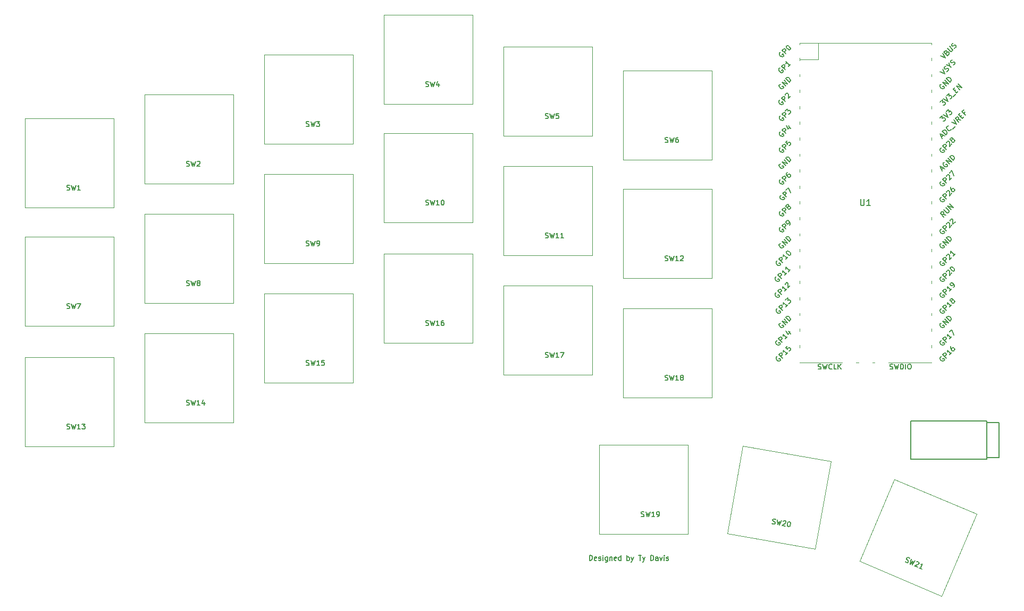
<source format=gbr>
%TF.GenerationSoftware,KiCad,Pcbnew,7.0.10*%
%TF.CreationDate,2024-02-16T13:50:28-07:00*%
%TF.ProjectId,kb42,6b623432-2e6b-4696-9361-645f70636258,rev?*%
%TF.SameCoordinates,Original*%
%TF.FileFunction,Legend,Top*%
%TF.FilePolarity,Positive*%
%FSLAX46Y46*%
G04 Gerber Fmt 4.6, Leading zero omitted, Abs format (unit mm)*
G04 Created by KiCad (PCBNEW 7.0.10) date 2024-02-16 13:50:28*
%MOMM*%
%LPD*%
G01*
G04 APERTURE LIST*
%ADD10C,0.150000*%
%ADD11C,0.120000*%
G04 APERTURE END LIST*
D10*
X156499160Y-128164295D02*
X156499160Y-127364295D01*
X156499160Y-127364295D02*
X156689636Y-127364295D01*
X156689636Y-127364295D02*
X156803922Y-127402390D01*
X156803922Y-127402390D02*
X156880112Y-127478580D01*
X156880112Y-127478580D02*
X156918207Y-127554771D01*
X156918207Y-127554771D02*
X156956303Y-127707152D01*
X156956303Y-127707152D02*
X156956303Y-127821438D01*
X156956303Y-127821438D02*
X156918207Y-127973819D01*
X156918207Y-127973819D02*
X156880112Y-128050009D01*
X156880112Y-128050009D02*
X156803922Y-128126200D01*
X156803922Y-128126200D02*
X156689636Y-128164295D01*
X156689636Y-128164295D02*
X156499160Y-128164295D01*
X157603922Y-128126200D02*
X157527731Y-128164295D01*
X157527731Y-128164295D02*
X157375350Y-128164295D01*
X157375350Y-128164295D02*
X157299160Y-128126200D01*
X157299160Y-128126200D02*
X157261064Y-128050009D01*
X157261064Y-128050009D02*
X157261064Y-127745247D01*
X157261064Y-127745247D02*
X157299160Y-127669057D01*
X157299160Y-127669057D02*
X157375350Y-127630961D01*
X157375350Y-127630961D02*
X157527731Y-127630961D01*
X157527731Y-127630961D02*
X157603922Y-127669057D01*
X157603922Y-127669057D02*
X157642017Y-127745247D01*
X157642017Y-127745247D02*
X157642017Y-127821438D01*
X157642017Y-127821438D02*
X157261064Y-127897628D01*
X157946778Y-128126200D02*
X158022969Y-128164295D01*
X158022969Y-128164295D02*
X158175350Y-128164295D01*
X158175350Y-128164295D02*
X158251540Y-128126200D01*
X158251540Y-128126200D02*
X158289636Y-128050009D01*
X158289636Y-128050009D02*
X158289636Y-128011914D01*
X158289636Y-128011914D02*
X158251540Y-127935723D01*
X158251540Y-127935723D02*
X158175350Y-127897628D01*
X158175350Y-127897628D02*
X158061064Y-127897628D01*
X158061064Y-127897628D02*
X157984874Y-127859533D01*
X157984874Y-127859533D02*
X157946778Y-127783342D01*
X157946778Y-127783342D02*
X157946778Y-127745247D01*
X157946778Y-127745247D02*
X157984874Y-127669057D01*
X157984874Y-127669057D02*
X158061064Y-127630961D01*
X158061064Y-127630961D02*
X158175350Y-127630961D01*
X158175350Y-127630961D02*
X158251540Y-127669057D01*
X158632493Y-128164295D02*
X158632493Y-127630961D01*
X158632493Y-127364295D02*
X158594397Y-127402390D01*
X158594397Y-127402390D02*
X158632493Y-127440485D01*
X158632493Y-127440485D02*
X158670588Y-127402390D01*
X158670588Y-127402390D02*
X158632493Y-127364295D01*
X158632493Y-127364295D02*
X158632493Y-127440485D01*
X159356302Y-127630961D02*
X159356302Y-128278580D01*
X159356302Y-128278580D02*
X159318207Y-128354771D01*
X159318207Y-128354771D02*
X159280111Y-128392866D01*
X159280111Y-128392866D02*
X159203921Y-128430961D01*
X159203921Y-128430961D02*
X159089635Y-128430961D01*
X159089635Y-128430961D02*
X159013445Y-128392866D01*
X159356302Y-128126200D02*
X159280111Y-128164295D01*
X159280111Y-128164295D02*
X159127730Y-128164295D01*
X159127730Y-128164295D02*
X159051540Y-128126200D01*
X159051540Y-128126200D02*
X159013445Y-128088104D01*
X159013445Y-128088104D02*
X158975349Y-128011914D01*
X158975349Y-128011914D02*
X158975349Y-127783342D01*
X158975349Y-127783342D02*
X159013445Y-127707152D01*
X159013445Y-127707152D02*
X159051540Y-127669057D01*
X159051540Y-127669057D02*
X159127730Y-127630961D01*
X159127730Y-127630961D02*
X159280111Y-127630961D01*
X159280111Y-127630961D02*
X159356302Y-127669057D01*
X159737255Y-127630961D02*
X159737255Y-128164295D01*
X159737255Y-127707152D02*
X159775350Y-127669057D01*
X159775350Y-127669057D02*
X159851540Y-127630961D01*
X159851540Y-127630961D02*
X159965826Y-127630961D01*
X159965826Y-127630961D02*
X160042017Y-127669057D01*
X160042017Y-127669057D02*
X160080112Y-127745247D01*
X160080112Y-127745247D02*
X160080112Y-128164295D01*
X160765827Y-128126200D02*
X160689636Y-128164295D01*
X160689636Y-128164295D02*
X160537255Y-128164295D01*
X160537255Y-128164295D02*
X160461065Y-128126200D01*
X160461065Y-128126200D02*
X160422969Y-128050009D01*
X160422969Y-128050009D02*
X160422969Y-127745247D01*
X160422969Y-127745247D02*
X160461065Y-127669057D01*
X160461065Y-127669057D02*
X160537255Y-127630961D01*
X160537255Y-127630961D02*
X160689636Y-127630961D01*
X160689636Y-127630961D02*
X160765827Y-127669057D01*
X160765827Y-127669057D02*
X160803922Y-127745247D01*
X160803922Y-127745247D02*
X160803922Y-127821438D01*
X160803922Y-127821438D02*
X160422969Y-127897628D01*
X161489636Y-128164295D02*
X161489636Y-127364295D01*
X161489636Y-128126200D02*
X161413445Y-128164295D01*
X161413445Y-128164295D02*
X161261064Y-128164295D01*
X161261064Y-128164295D02*
X161184874Y-128126200D01*
X161184874Y-128126200D02*
X161146779Y-128088104D01*
X161146779Y-128088104D02*
X161108683Y-128011914D01*
X161108683Y-128011914D02*
X161108683Y-127783342D01*
X161108683Y-127783342D02*
X161146779Y-127707152D01*
X161146779Y-127707152D02*
X161184874Y-127669057D01*
X161184874Y-127669057D02*
X161261064Y-127630961D01*
X161261064Y-127630961D02*
X161413445Y-127630961D01*
X161413445Y-127630961D02*
X161489636Y-127669057D01*
X162480113Y-128164295D02*
X162480113Y-127364295D01*
X162480113Y-127669057D02*
X162556303Y-127630961D01*
X162556303Y-127630961D02*
X162708684Y-127630961D01*
X162708684Y-127630961D02*
X162784875Y-127669057D01*
X162784875Y-127669057D02*
X162822970Y-127707152D01*
X162822970Y-127707152D02*
X162861065Y-127783342D01*
X162861065Y-127783342D02*
X162861065Y-128011914D01*
X162861065Y-128011914D02*
X162822970Y-128088104D01*
X162822970Y-128088104D02*
X162784875Y-128126200D01*
X162784875Y-128126200D02*
X162708684Y-128164295D01*
X162708684Y-128164295D02*
X162556303Y-128164295D01*
X162556303Y-128164295D02*
X162480113Y-128126200D01*
X163127732Y-127630961D02*
X163318208Y-128164295D01*
X163508685Y-127630961D02*
X163318208Y-128164295D01*
X163318208Y-128164295D02*
X163242018Y-128354771D01*
X163242018Y-128354771D02*
X163203923Y-128392866D01*
X163203923Y-128392866D02*
X163127732Y-128430961D01*
X164308685Y-127364295D02*
X164765828Y-127364295D01*
X164537256Y-128164295D02*
X164537256Y-127364295D01*
X164956304Y-127630961D02*
X165146780Y-128164295D01*
X165337257Y-127630961D02*
X165146780Y-128164295D01*
X165146780Y-128164295D02*
X165070590Y-128354771D01*
X165070590Y-128354771D02*
X165032495Y-128392866D01*
X165032495Y-128392866D02*
X164956304Y-128430961D01*
X166251543Y-128164295D02*
X166251543Y-127364295D01*
X166251543Y-127364295D02*
X166442019Y-127364295D01*
X166442019Y-127364295D02*
X166556305Y-127402390D01*
X166556305Y-127402390D02*
X166632495Y-127478580D01*
X166632495Y-127478580D02*
X166670590Y-127554771D01*
X166670590Y-127554771D02*
X166708686Y-127707152D01*
X166708686Y-127707152D02*
X166708686Y-127821438D01*
X166708686Y-127821438D02*
X166670590Y-127973819D01*
X166670590Y-127973819D02*
X166632495Y-128050009D01*
X166632495Y-128050009D02*
X166556305Y-128126200D01*
X166556305Y-128126200D02*
X166442019Y-128164295D01*
X166442019Y-128164295D02*
X166251543Y-128164295D01*
X167394400Y-128164295D02*
X167394400Y-127745247D01*
X167394400Y-127745247D02*
X167356305Y-127669057D01*
X167356305Y-127669057D02*
X167280114Y-127630961D01*
X167280114Y-127630961D02*
X167127733Y-127630961D01*
X167127733Y-127630961D02*
X167051543Y-127669057D01*
X167394400Y-128126200D02*
X167318209Y-128164295D01*
X167318209Y-128164295D02*
X167127733Y-128164295D01*
X167127733Y-128164295D02*
X167051543Y-128126200D01*
X167051543Y-128126200D02*
X167013447Y-128050009D01*
X167013447Y-128050009D02*
X167013447Y-127973819D01*
X167013447Y-127973819D02*
X167051543Y-127897628D01*
X167051543Y-127897628D02*
X167127733Y-127859533D01*
X167127733Y-127859533D02*
X167318209Y-127859533D01*
X167318209Y-127859533D02*
X167394400Y-127821438D01*
X167699162Y-127630961D02*
X167889638Y-128164295D01*
X167889638Y-128164295D02*
X168080115Y-127630961D01*
X168384877Y-128164295D02*
X168384877Y-127630961D01*
X168384877Y-127364295D02*
X168346781Y-127402390D01*
X168346781Y-127402390D02*
X168384877Y-127440485D01*
X168384877Y-127440485D02*
X168422972Y-127402390D01*
X168422972Y-127402390D02*
X168384877Y-127364295D01*
X168384877Y-127364295D02*
X168384877Y-127440485D01*
X168727733Y-128126200D02*
X168803924Y-128164295D01*
X168803924Y-128164295D02*
X168956305Y-128164295D01*
X168956305Y-128164295D02*
X169032495Y-128126200D01*
X169032495Y-128126200D02*
X169070591Y-128050009D01*
X169070591Y-128050009D02*
X169070591Y-128011914D01*
X169070591Y-128011914D02*
X169032495Y-127935723D01*
X169032495Y-127935723D02*
X168956305Y-127897628D01*
X168956305Y-127897628D02*
X168842019Y-127897628D01*
X168842019Y-127897628D02*
X168765829Y-127859533D01*
X168765829Y-127859533D02*
X168727733Y-127783342D01*
X168727733Y-127783342D02*
X168727733Y-127745247D01*
X168727733Y-127745247D02*
X168765829Y-127669057D01*
X168765829Y-127669057D02*
X168842019Y-127630961D01*
X168842019Y-127630961D02*
X168956305Y-127630961D01*
X168956305Y-127630961D02*
X169032495Y-127669057D01*
X168526064Y-99401200D02*
X168640350Y-99439295D01*
X168640350Y-99439295D02*
X168830826Y-99439295D01*
X168830826Y-99439295D02*
X168907017Y-99401200D01*
X168907017Y-99401200D02*
X168945112Y-99363104D01*
X168945112Y-99363104D02*
X168983207Y-99286914D01*
X168983207Y-99286914D02*
X168983207Y-99210723D01*
X168983207Y-99210723D02*
X168945112Y-99134533D01*
X168945112Y-99134533D02*
X168907017Y-99096438D01*
X168907017Y-99096438D02*
X168830826Y-99058342D01*
X168830826Y-99058342D02*
X168678445Y-99020247D01*
X168678445Y-99020247D02*
X168602255Y-98982152D01*
X168602255Y-98982152D02*
X168564160Y-98944057D01*
X168564160Y-98944057D02*
X168526064Y-98867866D01*
X168526064Y-98867866D02*
X168526064Y-98791676D01*
X168526064Y-98791676D02*
X168564160Y-98715485D01*
X168564160Y-98715485D02*
X168602255Y-98677390D01*
X168602255Y-98677390D02*
X168678445Y-98639295D01*
X168678445Y-98639295D02*
X168868922Y-98639295D01*
X168868922Y-98639295D02*
X168983207Y-98677390D01*
X169249874Y-98639295D02*
X169440350Y-99439295D01*
X169440350Y-99439295D02*
X169592731Y-98867866D01*
X169592731Y-98867866D02*
X169745112Y-99439295D01*
X169745112Y-99439295D02*
X169935589Y-98639295D01*
X170659398Y-99439295D02*
X170202255Y-99439295D01*
X170430827Y-99439295D02*
X170430827Y-98639295D01*
X170430827Y-98639295D02*
X170354636Y-98753580D01*
X170354636Y-98753580D02*
X170278446Y-98829771D01*
X170278446Y-98829771D02*
X170202255Y-98867866D01*
X171116541Y-98982152D02*
X171040351Y-98944057D01*
X171040351Y-98944057D02*
X171002256Y-98905961D01*
X171002256Y-98905961D02*
X170964160Y-98829771D01*
X170964160Y-98829771D02*
X170964160Y-98791676D01*
X170964160Y-98791676D02*
X171002256Y-98715485D01*
X171002256Y-98715485D02*
X171040351Y-98677390D01*
X171040351Y-98677390D02*
X171116541Y-98639295D01*
X171116541Y-98639295D02*
X171268922Y-98639295D01*
X171268922Y-98639295D02*
X171345113Y-98677390D01*
X171345113Y-98677390D02*
X171383208Y-98715485D01*
X171383208Y-98715485D02*
X171421303Y-98791676D01*
X171421303Y-98791676D02*
X171421303Y-98829771D01*
X171421303Y-98829771D02*
X171383208Y-98905961D01*
X171383208Y-98905961D02*
X171345113Y-98944057D01*
X171345113Y-98944057D02*
X171268922Y-98982152D01*
X171268922Y-98982152D02*
X171116541Y-98982152D01*
X171116541Y-98982152D02*
X171040351Y-99020247D01*
X171040351Y-99020247D02*
X171002256Y-99058342D01*
X171002256Y-99058342D02*
X170964160Y-99134533D01*
X170964160Y-99134533D02*
X170964160Y-99286914D01*
X170964160Y-99286914D02*
X171002256Y-99363104D01*
X171002256Y-99363104D02*
X171040351Y-99401200D01*
X171040351Y-99401200D02*
X171116541Y-99439295D01*
X171116541Y-99439295D02*
X171268922Y-99439295D01*
X171268922Y-99439295D02*
X171345113Y-99401200D01*
X171345113Y-99401200D02*
X171383208Y-99363104D01*
X171383208Y-99363104D02*
X171421303Y-99286914D01*
X171421303Y-99286914D02*
X171421303Y-99134533D01*
X171421303Y-99134533D02*
X171383208Y-99058342D01*
X171383208Y-99058342D02*
X171345113Y-99020247D01*
X171345113Y-99020247D02*
X171268922Y-98982152D01*
X149476064Y-76691200D02*
X149590350Y-76729295D01*
X149590350Y-76729295D02*
X149780826Y-76729295D01*
X149780826Y-76729295D02*
X149857017Y-76691200D01*
X149857017Y-76691200D02*
X149895112Y-76653104D01*
X149895112Y-76653104D02*
X149933207Y-76576914D01*
X149933207Y-76576914D02*
X149933207Y-76500723D01*
X149933207Y-76500723D02*
X149895112Y-76424533D01*
X149895112Y-76424533D02*
X149857017Y-76386438D01*
X149857017Y-76386438D02*
X149780826Y-76348342D01*
X149780826Y-76348342D02*
X149628445Y-76310247D01*
X149628445Y-76310247D02*
X149552255Y-76272152D01*
X149552255Y-76272152D02*
X149514160Y-76234057D01*
X149514160Y-76234057D02*
X149476064Y-76157866D01*
X149476064Y-76157866D02*
X149476064Y-76081676D01*
X149476064Y-76081676D02*
X149514160Y-76005485D01*
X149514160Y-76005485D02*
X149552255Y-75967390D01*
X149552255Y-75967390D02*
X149628445Y-75929295D01*
X149628445Y-75929295D02*
X149818922Y-75929295D01*
X149818922Y-75929295D02*
X149933207Y-75967390D01*
X150199874Y-75929295D02*
X150390350Y-76729295D01*
X150390350Y-76729295D02*
X150542731Y-76157866D01*
X150542731Y-76157866D02*
X150695112Y-76729295D01*
X150695112Y-76729295D02*
X150885589Y-75929295D01*
X151609398Y-76729295D02*
X151152255Y-76729295D01*
X151380827Y-76729295D02*
X151380827Y-75929295D01*
X151380827Y-75929295D02*
X151304636Y-76043580D01*
X151304636Y-76043580D02*
X151228446Y-76119771D01*
X151228446Y-76119771D02*
X151152255Y-76157866D01*
X152371303Y-76729295D02*
X151914160Y-76729295D01*
X152142732Y-76729295D02*
X152142732Y-75929295D01*
X152142732Y-75929295D02*
X152066541Y-76043580D01*
X152066541Y-76043580D02*
X151990351Y-76119771D01*
X151990351Y-76119771D02*
X151914160Y-76157866D01*
X92326064Y-65261200D02*
X92440350Y-65299295D01*
X92440350Y-65299295D02*
X92630826Y-65299295D01*
X92630826Y-65299295D02*
X92707017Y-65261200D01*
X92707017Y-65261200D02*
X92745112Y-65223104D01*
X92745112Y-65223104D02*
X92783207Y-65146914D01*
X92783207Y-65146914D02*
X92783207Y-65070723D01*
X92783207Y-65070723D02*
X92745112Y-64994533D01*
X92745112Y-64994533D02*
X92707017Y-64956438D01*
X92707017Y-64956438D02*
X92630826Y-64918342D01*
X92630826Y-64918342D02*
X92478445Y-64880247D01*
X92478445Y-64880247D02*
X92402255Y-64842152D01*
X92402255Y-64842152D02*
X92364160Y-64804057D01*
X92364160Y-64804057D02*
X92326064Y-64727866D01*
X92326064Y-64727866D02*
X92326064Y-64651676D01*
X92326064Y-64651676D02*
X92364160Y-64575485D01*
X92364160Y-64575485D02*
X92402255Y-64537390D01*
X92402255Y-64537390D02*
X92478445Y-64499295D01*
X92478445Y-64499295D02*
X92668922Y-64499295D01*
X92668922Y-64499295D02*
X92783207Y-64537390D01*
X93049874Y-64499295D02*
X93240350Y-65299295D01*
X93240350Y-65299295D02*
X93392731Y-64727866D01*
X93392731Y-64727866D02*
X93545112Y-65299295D01*
X93545112Y-65299295D02*
X93735589Y-64499295D01*
X94002255Y-64575485D02*
X94040351Y-64537390D01*
X94040351Y-64537390D02*
X94116541Y-64499295D01*
X94116541Y-64499295D02*
X94307017Y-64499295D01*
X94307017Y-64499295D02*
X94383208Y-64537390D01*
X94383208Y-64537390D02*
X94421303Y-64575485D01*
X94421303Y-64575485D02*
X94459398Y-64651676D01*
X94459398Y-64651676D02*
X94459398Y-64727866D01*
X94459398Y-64727866D02*
X94421303Y-64842152D01*
X94421303Y-64842152D02*
X93964160Y-65299295D01*
X93964160Y-65299295D02*
X94459398Y-65299295D01*
X73276064Y-107171200D02*
X73390350Y-107209295D01*
X73390350Y-107209295D02*
X73580826Y-107209295D01*
X73580826Y-107209295D02*
X73657017Y-107171200D01*
X73657017Y-107171200D02*
X73695112Y-107133104D01*
X73695112Y-107133104D02*
X73733207Y-107056914D01*
X73733207Y-107056914D02*
X73733207Y-106980723D01*
X73733207Y-106980723D02*
X73695112Y-106904533D01*
X73695112Y-106904533D02*
X73657017Y-106866438D01*
X73657017Y-106866438D02*
X73580826Y-106828342D01*
X73580826Y-106828342D02*
X73428445Y-106790247D01*
X73428445Y-106790247D02*
X73352255Y-106752152D01*
X73352255Y-106752152D02*
X73314160Y-106714057D01*
X73314160Y-106714057D02*
X73276064Y-106637866D01*
X73276064Y-106637866D02*
X73276064Y-106561676D01*
X73276064Y-106561676D02*
X73314160Y-106485485D01*
X73314160Y-106485485D02*
X73352255Y-106447390D01*
X73352255Y-106447390D02*
X73428445Y-106409295D01*
X73428445Y-106409295D02*
X73618922Y-106409295D01*
X73618922Y-106409295D02*
X73733207Y-106447390D01*
X73999874Y-106409295D02*
X74190350Y-107209295D01*
X74190350Y-107209295D02*
X74342731Y-106637866D01*
X74342731Y-106637866D02*
X74495112Y-107209295D01*
X74495112Y-107209295D02*
X74685589Y-106409295D01*
X75409398Y-107209295D02*
X74952255Y-107209295D01*
X75180827Y-107209295D02*
X75180827Y-106409295D01*
X75180827Y-106409295D02*
X75104636Y-106523580D01*
X75104636Y-106523580D02*
X75028446Y-106599771D01*
X75028446Y-106599771D02*
X74952255Y-106637866D01*
X75676065Y-106409295D02*
X76171303Y-106409295D01*
X76171303Y-106409295D02*
X75904637Y-106714057D01*
X75904637Y-106714057D02*
X76018922Y-106714057D01*
X76018922Y-106714057D02*
X76095113Y-106752152D01*
X76095113Y-106752152D02*
X76133208Y-106790247D01*
X76133208Y-106790247D02*
X76171303Y-106866438D01*
X76171303Y-106866438D02*
X76171303Y-107056914D01*
X76171303Y-107056914D02*
X76133208Y-107133104D01*
X76133208Y-107133104D02*
X76095113Y-107171200D01*
X76095113Y-107171200D02*
X76018922Y-107209295D01*
X76018922Y-107209295D02*
X75790351Y-107209295D01*
X75790351Y-107209295D02*
X75714160Y-107171200D01*
X75714160Y-107171200D02*
X75676065Y-107133104D01*
X130426064Y-52561200D02*
X130540350Y-52599295D01*
X130540350Y-52599295D02*
X130730826Y-52599295D01*
X130730826Y-52599295D02*
X130807017Y-52561200D01*
X130807017Y-52561200D02*
X130845112Y-52523104D01*
X130845112Y-52523104D02*
X130883207Y-52446914D01*
X130883207Y-52446914D02*
X130883207Y-52370723D01*
X130883207Y-52370723D02*
X130845112Y-52294533D01*
X130845112Y-52294533D02*
X130807017Y-52256438D01*
X130807017Y-52256438D02*
X130730826Y-52218342D01*
X130730826Y-52218342D02*
X130578445Y-52180247D01*
X130578445Y-52180247D02*
X130502255Y-52142152D01*
X130502255Y-52142152D02*
X130464160Y-52104057D01*
X130464160Y-52104057D02*
X130426064Y-52027866D01*
X130426064Y-52027866D02*
X130426064Y-51951676D01*
X130426064Y-51951676D02*
X130464160Y-51875485D01*
X130464160Y-51875485D02*
X130502255Y-51837390D01*
X130502255Y-51837390D02*
X130578445Y-51799295D01*
X130578445Y-51799295D02*
X130768922Y-51799295D01*
X130768922Y-51799295D02*
X130883207Y-51837390D01*
X131149874Y-51799295D02*
X131340350Y-52599295D01*
X131340350Y-52599295D02*
X131492731Y-52027866D01*
X131492731Y-52027866D02*
X131645112Y-52599295D01*
X131645112Y-52599295D02*
X131835589Y-51799295D01*
X132483208Y-52065961D02*
X132483208Y-52599295D01*
X132292732Y-51761200D02*
X132102255Y-52332628D01*
X132102255Y-52332628D02*
X132597494Y-52332628D01*
X206772833Y-128366563D02*
X206863149Y-128446285D01*
X206863149Y-128446285D02*
X207038483Y-128520710D01*
X207038483Y-128520710D02*
X207123502Y-128515413D01*
X207123502Y-128515413D02*
X207173454Y-128495231D01*
X207173454Y-128495231D02*
X207238290Y-128439982D01*
X207238290Y-128439982D02*
X207268060Y-128369848D01*
X207268060Y-128369848D02*
X207262763Y-128284830D01*
X207262763Y-128284830D02*
X207242582Y-128234878D01*
X207242582Y-128234878D02*
X207187333Y-128170041D01*
X207187333Y-128170041D02*
X207061951Y-128075434D01*
X207061951Y-128075434D02*
X207006702Y-128010597D01*
X207006702Y-128010597D02*
X206986520Y-127960646D01*
X206986520Y-127960646D02*
X206981223Y-127875627D01*
X206981223Y-127875627D02*
X207010993Y-127805493D01*
X207010993Y-127805493D02*
X207075830Y-127750244D01*
X207075830Y-127750244D02*
X207125782Y-127730063D01*
X207125782Y-127730063D02*
X207210800Y-127724766D01*
X207210800Y-127724766D02*
X207386135Y-127799191D01*
X207386135Y-127799191D02*
X207476450Y-127878913D01*
X207736803Y-127948041D02*
X207599553Y-128758870D01*
X207599553Y-128758870D02*
X207963095Y-128292407D01*
X207963095Y-128292407D02*
X207880088Y-128877950D01*
X207880088Y-128877950D02*
X208368007Y-128215971D01*
X208583705Y-128390299D02*
X208633657Y-128370118D01*
X208633657Y-128370118D02*
X208718676Y-128364821D01*
X208718676Y-128364821D02*
X208894010Y-128439246D01*
X208894010Y-128439246D02*
X208949259Y-128504083D01*
X208949259Y-128504083D02*
X208969440Y-128554034D01*
X208969440Y-128554034D02*
X208974737Y-128639053D01*
X208974737Y-128639053D02*
X208944967Y-128709187D01*
X208944967Y-128709187D02*
X208865245Y-128799502D01*
X208865245Y-128799502D02*
X208265823Y-129041685D01*
X208265823Y-129041685D02*
X208721692Y-129235190D01*
X209423030Y-129532890D02*
X209002227Y-129354270D01*
X209212628Y-129443580D02*
X209525213Y-128707176D01*
X209525213Y-128707176D02*
X209410425Y-128782606D01*
X209410425Y-128782606D02*
X209310521Y-128822970D01*
X209310521Y-128822970D02*
X209225502Y-128828267D01*
X111386064Y-58911200D02*
X111500350Y-58949295D01*
X111500350Y-58949295D02*
X111690826Y-58949295D01*
X111690826Y-58949295D02*
X111767017Y-58911200D01*
X111767017Y-58911200D02*
X111805112Y-58873104D01*
X111805112Y-58873104D02*
X111843207Y-58796914D01*
X111843207Y-58796914D02*
X111843207Y-58720723D01*
X111843207Y-58720723D02*
X111805112Y-58644533D01*
X111805112Y-58644533D02*
X111767017Y-58606438D01*
X111767017Y-58606438D02*
X111690826Y-58568342D01*
X111690826Y-58568342D02*
X111538445Y-58530247D01*
X111538445Y-58530247D02*
X111462255Y-58492152D01*
X111462255Y-58492152D02*
X111424160Y-58454057D01*
X111424160Y-58454057D02*
X111386064Y-58377866D01*
X111386064Y-58377866D02*
X111386064Y-58301676D01*
X111386064Y-58301676D02*
X111424160Y-58225485D01*
X111424160Y-58225485D02*
X111462255Y-58187390D01*
X111462255Y-58187390D02*
X111538445Y-58149295D01*
X111538445Y-58149295D02*
X111728922Y-58149295D01*
X111728922Y-58149295D02*
X111843207Y-58187390D01*
X112109874Y-58149295D02*
X112300350Y-58949295D01*
X112300350Y-58949295D02*
X112452731Y-58377866D01*
X112452731Y-58377866D02*
X112605112Y-58949295D01*
X112605112Y-58949295D02*
X112795589Y-58149295D01*
X113024160Y-58149295D02*
X113519398Y-58149295D01*
X113519398Y-58149295D02*
X113252732Y-58454057D01*
X113252732Y-58454057D02*
X113367017Y-58454057D01*
X113367017Y-58454057D02*
X113443208Y-58492152D01*
X113443208Y-58492152D02*
X113481303Y-58530247D01*
X113481303Y-58530247D02*
X113519398Y-58606438D01*
X113519398Y-58606438D02*
X113519398Y-58796914D01*
X113519398Y-58796914D02*
X113481303Y-58873104D01*
X113481303Y-58873104D02*
X113443208Y-58911200D01*
X113443208Y-58911200D02*
X113367017Y-58949295D01*
X113367017Y-58949295D02*
X113138446Y-58949295D01*
X113138446Y-58949295D02*
X113062255Y-58911200D01*
X113062255Y-58911200D02*
X113024160Y-58873104D01*
X149476064Y-95741200D02*
X149590350Y-95779295D01*
X149590350Y-95779295D02*
X149780826Y-95779295D01*
X149780826Y-95779295D02*
X149857017Y-95741200D01*
X149857017Y-95741200D02*
X149895112Y-95703104D01*
X149895112Y-95703104D02*
X149933207Y-95626914D01*
X149933207Y-95626914D02*
X149933207Y-95550723D01*
X149933207Y-95550723D02*
X149895112Y-95474533D01*
X149895112Y-95474533D02*
X149857017Y-95436438D01*
X149857017Y-95436438D02*
X149780826Y-95398342D01*
X149780826Y-95398342D02*
X149628445Y-95360247D01*
X149628445Y-95360247D02*
X149552255Y-95322152D01*
X149552255Y-95322152D02*
X149514160Y-95284057D01*
X149514160Y-95284057D02*
X149476064Y-95207866D01*
X149476064Y-95207866D02*
X149476064Y-95131676D01*
X149476064Y-95131676D02*
X149514160Y-95055485D01*
X149514160Y-95055485D02*
X149552255Y-95017390D01*
X149552255Y-95017390D02*
X149628445Y-94979295D01*
X149628445Y-94979295D02*
X149818922Y-94979295D01*
X149818922Y-94979295D02*
X149933207Y-95017390D01*
X150199874Y-94979295D02*
X150390350Y-95779295D01*
X150390350Y-95779295D02*
X150542731Y-95207866D01*
X150542731Y-95207866D02*
X150695112Y-95779295D01*
X150695112Y-95779295D02*
X150885589Y-94979295D01*
X151609398Y-95779295D02*
X151152255Y-95779295D01*
X151380827Y-95779295D02*
X151380827Y-94979295D01*
X151380827Y-94979295D02*
X151304636Y-95093580D01*
X151304636Y-95093580D02*
X151228446Y-95169771D01*
X151228446Y-95169771D02*
X151152255Y-95207866D01*
X151876065Y-94979295D02*
X152409399Y-94979295D01*
X152409399Y-94979295D02*
X152066541Y-95779295D01*
X130426064Y-71461200D02*
X130540350Y-71499295D01*
X130540350Y-71499295D02*
X130730826Y-71499295D01*
X130730826Y-71499295D02*
X130807017Y-71461200D01*
X130807017Y-71461200D02*
X130845112Y-71423104D01*
X130845112Y-71423104D02*
X130883207Y-71346914D01*
X130883207Y-71346914D02*
X130883207Y-71270723D01*
X130883207Y-71270723D02*
X130845112Y-71194533D01*
X130845112Y-71194533D02*
X130807017Y-71156438D01*
X130807017Y-71156438D02*
X130730826Y-71118342D01*
X130730826Y-71118342D02*
X130578445Y-71080247D01*
X130578445Y-71080247D02*
X130502255Y-71042152D01*
X130502255Y-71042152D02*
X130464160Y-71004057D01*
X130464160Y-71004057D02*
X130426064Y-70927866D01*
X130426064Y-70927866D02*
X130426064Y-70851676D01*
X130426064Y-70851676D02*
X130464160Y-70775485D01*
X130464160Y-70775485D02*
X130502255Y-70737390D01*
X130502255Y-70737390D02*
X130578445Y-70699295D01*
X130578445Y-70699295D02*
X130768922Y-70699295D01*
X130768922Y-70699295D02*
X130883207Y-70737390D01*
X131149874Y-70699295D02*
X131340350Y-71499295D01*
X131340350Y-71499295D02*
X131492731Y-70927866D01*
X131492731Y-70927866D02*
X131645112Y-71499295D01*
X131645112Y-71499295D02*
X131835589Y-70699295D01*
X132559398Y-71499295D02*
X132102255Y-71499295D01*
X132330827Y-71499295D02*
X132330827Y-70699295D01*
X132330827Y-70699295D02*
X132254636Y-70813580D01*
X132254636Y-70813580D02*
X132178446Y-70889771D01*
X132178446Y-70889771D02*
X132102255Y-70927866D01*
X133054637Y-70699295D02*
X133130827Y-70699295D01*
X133130827Y-70699295D02*
X133207018Y-70737390D01*
X133207018Y-70737390D02*
X133245113Y-70775485D01*
X133245113Y-70775485D02*
X133283208Y-70851676D01*
X133283208Y-70851676D02*
X133321303Y-71004057D01*
X133321303Y-71004057D02*
X133321303Y-71194533D01*
X133321303Y-71194533D02*
X133283208Y-71346914D01*
X133283208Y-71346914D02*
X133245113Y-71423104D01*
X133245113Y-71423104D02*
X133207018Y-71461200D01*
X133207018Y-71461200D02*
X133130827Y-71499295D01*
X133130827Y-71499295D02*
X133054637Y-71499295D01*
X133054637Y-71499295D02*
X132978446Y-71461200D01*
X132978446Y-71461200D02*
X132940351Y-71423104D01*
X132940351Y-71423104D02*
X132902256Y-71346914D01*
X132902256Y-71346914D02*
X132864160Y-71194533D01*
X132864160Y-71194533D02*
X132864160Y-71004057D01*
X132864160Y-71004057D02*
X132902256Y-70851676D01*
X132902256Y-70851676D02*
X132940351Y-70775485D01*
X132940351Y-70775485D02*
X132978446Y-70737390D01*
X132978446Y-70737390D02*
X133054637Y-70699295D01*
X92326064Y-84311200D02*
X92440350Y-84349295D01*
X92440350Y-84349295D02*
X92630826Y-84349295D01*
X92630826Y-84349295D02*
X92707017Y-84311200D01*
X92707017Y-84311200D02*
X92745112Y-84273104D01*
X92745112Y-84273104D02*
X92783207Y-84196914D01*
X92783207Y-84196914D02*
X92783207Y-84120723D01*
X92783207Y-84120723D02*
X92745112Y-84044533D01*
X92745112Y-84044533D02*
X92707017Y-84006438D01*
X92707017Y-84006438D02*
X92630826Y-83968342D01*
X92630826Y-83968342D02*
X92478445Y-83930247D01*
X92478445Y-83930247D02*
X92402255Y-83892152D01*
X92402255Y-83892152D02*
X92364160Y-83854057D01*
X92364160Y-83854057D02*
X92326064Y-83777866D01*
X92326064Y-83777866D02*
X92326064Y-83701676D01*
X92326064Y-83701676D02*
X92364160Y-83625485D01*
X92364160Y-83625485D02*
X92402255Y-83587390D01*
X92402255Y-83587390D02*
X92478445Y-83549295D01*
X92478445Y-83549295D02*
X92668922Y-83549295D01*
X92668922Y-83549295D02*
X92783207Y-83587390D01*
X93049874Y-83549295D02*
X93240350Y-84349295D01*
X93240350Y-84349295D02*
X93392731Y-83777866D01*
X93392731Y-83777866D02*
X93545112Y-84349295D01*
X93545112Y-84349295D02*
X93735589Y-83549295D01*
X94154636Y-83892152D02*
X94078446Y-83854057D01*
X94078446Y-83854057D02*
X94040351Y-83815961D01*
X94040351Y-83815961D02*
X94002255Y-83739771D01*
X94002255Y-83739771D02*
X94002255Y-83701676D01*
X94002255Y-83701676D02*
X94040351Y-83625485D01*
X94040351Y-83625485D02*
X94078446Y-83587390D01*
X94078446Y-83587390D02*
X94154636Y-83549295D01*
X94154636Y-83549295D02*
X94307017Y-83549295D01*
X94307017Y-83549295D02*
X94383208Y-83587390D01*
X94383208Y-83587390D02*
X94421303Y-83625485D01*
X94421303Y-83625485D02*
X94459398Y-83701676D01*
X94459398Y-83701676D02*
X94459398Y-83739771D01*
X94459398Y-83739771D02*
X94421303Y-83815961D01*
X94421303Y-83815961D02*
X94383208Y-83854057D01*
X94383208Y-83854057D02*
X94307017Y-83892152D01*
X94307017Y-83892152D02*
X94154636Y-83892152D01*
X94154636Y-83892152D02*
X94078446Y-83930247D01*
X94078446Y-83930247D02*
X94040351Y-83968342D01*
X94040351Y-83968342D02*
X94002255Y-84044533D01*
X94002255Y-84044533D02*
X94002255Y-84196914D01*
X94002255Y-84196914D02*
X94040351Y-84273104D01*
X94040351Y-84273104D02*
X94078446Y-84311200D01*
X94078446Y-84311200D02*
X94154636Y-84349295D01*
X94154636Y-84349295D02*
X94307017Y-84349295D01*
X94307017Y-84349295D02*
X94383208Y-84311200D01*
X94383208Y-84311200D02*
X94421303Y-84273104D01*
X94421303Y-84273104D02*
X94459398Y-84196914D01*
X94459398Y-84196914D02*
X94459398Y-84044533D01*
X94459398Y-84044533D02*
X94421303Y-83968342D01*
X94421303Y-83968342D02*
X94383208Y-83930247D01*
X94383208Y-83930247D02*
X94307017Y-83892152D01*
X73276064Y-69071200D02*
X73390350Y-69109295D01*
X73390350Y-69109295D02*
X73580826Y-69109295D01*
X73580826Y-69109295D02*
X73657017Y-69071200D01*
X73657017Y-69071200D02*
X73695112Y-69033104D01*
X73695112Y-69033104D02*
X73733207Y-68956914D01*
X73733207Y-68956914D02*
X73733207Y-68880723D01*
X73733207Y-68880723D02*
X73695112Y-68804533D01*
X73695112Y-68804533D02*
X73657017Y-68766438D01*
X73657017Y-68766438D02*
X73580826Y-68728342D01*
X73580826Y-68728342D02*
X73428445Y-68690247D01*
X73428445Y-68690247D02*
X73352255Y-68652152D01*
X73352255Y-68652152D02*
X73314160Y-68614057D01*
X73314160Y-68614057D02*
X73276064Y-68537866D01*
X73276064Y-68537866D02*
X73276064Y-68461676D01*
X73276064Y-68461676D02*
X73314160Y-68385485D01*
X73314160Y-68385485D02*
X73352255Y-68347390D01*
X73352255Y-68347390D02*
X73428445Y-68309295D01*
X73428445Y-68309295D02*
X73618922Y-68309295D01*
X73618922Y-68309295D02*
X73733207Y-68347390D01*
X73999874Y-68309295D02*
X74190350Y-69109295D01*
X74190350Y-69109295D02*
X74342731Y-68537866D01*
X74342731Y-68537866D02*
X74495112Y-69109295D01*
X74495112Y-69109295D02*
X74685589Y-68309295D01*
X75409398Y-69109295D02*
X74952255Y-69109295D01*
X75180827Y-69109295D02*
X75180827Y-68309295D01*
X75180827Y-68309295D02*
X75104636Y-68423580D01*
X75104636Y-68423580D02*
X75028446Y-68499771D01*
X75028446Y-68499771D02*
X74952255Y-68537866D01*
X73276064Y-87971200D02*
X73390350Y-88009295D01*
X73390350Y-88009295D02*
X73580826Y-88009295D01*
X73580826Y-88009295D02*
X73657017Y-87971200D01*
X73657017Y-87971200D02*
X73695112Y-87933104D01*
X73695112Y-87933104D02*
X73733207Y-87856914D01*
X73733207Y-87856914D02*
X73733207Y-87780723D01*
X73733207Y-87780723D02*
X73695112Y-87704533D01*
X73695112Y-87704533D02*
X73657017Y-87666438D01*
X73657017Y-87666438D02*
X73580826Y-87628342D01*
X73580826Y-87628342D02*
X73428445Y-87590247D01*
X73428445Y-87590247D02*
X73352255Y-87552152D01*
X73352255Y-87552152D02*
X73314160Y-87514057D01*
X73314160Y-87514057D02*
X73276064Y-87437866D01*
X73276064Y-87437866D02*
X73276064Y-87361676D01*
X73276064Y-87361676D02*
X73314160Y-87285485D01*
X73314160Y-87285485D02*
X73352255Y-87247390D01*
X73352255Y-87247390D02*
X73428445Y-87209295D01*
X73428445Y-87209295D02*
X73618922Y-87209295D01*
X73618922Y-87209295D02*
X73733207Y-87247390D01*
X73999874Y-87209295D02*
X74190350Y-88009295D01*
X74190350Y-88009295D02*
X74342731Y-87437866D01*
X74342731Y-87437866D02*
X74495112Y-88009295D01*
X74495112Y-88009295D02*
X74685589Y-87209295D01*
X74914160Y-87209295D02*
X75447494Y-87209295D01*
X75447494Y-87209295D02*
X75104636Y-88009295D01*
X149476064Y-57641200D02*
X149590350Y-57679295D01*
X149590350Y-57679295D02*
X149780826Y-57679295D01*
X149780826Y-57679295D02*
X149857017Y-57641200D01*
X149857017Y-57641200D02*
X149895112Y-57603104D01*
X149895112Y-57603104D02*
X149933207Y-57526914D01*
X149933207Y-57526914D02*
X149933207Y-57450723D01*
X149933207Y-57450723D02*
X149895112Y-57374533D01*
X149895112Y-57374533D02*
X149857017Y-57336438D01*
X149857017Y-57336438D02*
X149780826Y-57298342D01*
X149780826Y-57298342D02*
X149628445Y-57260247D01*
X149628445Y-57260247D02*
X149552255Y-57222152D01*
X149552255Y-57222152D02*
X149514160Y-57184057D01*
X149514160Y-57184057D02*
X149476064Y-57107866D01*
X149476064Y-57107866D02*
X149476064Y-57031676D01*
X149476064Y-57031676D02*
X149514160Y-56955485D01*
X149514160Y-56955485D02*
X149552255Y-56917390D01*
X149552255Y-56917390D02*
X149628445Y-56879295D01*
X149628445Y-56879295D02*
X149818922Y-56879295D01*
X149818922Y-56879295D02*
X149933207Y-56917390D01*
X150199874Y-56879295D02*
X150390350Y-57679295D01*
X150390350Y-57679295D02*
X150542731Y-57107866D01*
X150542731Y-57107866D02*
X150695112Y-57679295D01*
X150695112Y-57679295D02*
X150885589Y-56879295D01*
X151571303Y-56879295D02*
X151190351Y-56879295D01*
X151190351Y-56879295D02*
X151152255Y-57260247D01*
X151152255Y-57260247D02*
X151190351Y-57222152D01*
X151190351Y-57222152D02*
X151266541Y-57184057D01*
X151266541Y-57184057D02*
X151457017Y-57184057D01*
X151457017Y-57184057D02*
X151533208Y-57222152D01*
X151533208Y-57222152D02*
X151571303Y-57260247D01*
X151571303Y-57260247D02*
X151609398Y-57336438D01*
X151609398Y-57336438D02*
X151609398Y-57526914D01*
X151609398Y-57526914D02*
X151571303Y-57603104D01*
X151571303Y-57603104D02*
X151533208Y-57641200D01*
X151533208Y-57641200D02*
X151457017Y-57679295D01*
X151457017Y-57679295D02*
X151266541Y-57679295D01*
X151266541Y-57679295D02*
X151190351Y-57641200D01*
X151190351Y-57641200D02*
X151152255Y-57603104D01*
X111376064Y-77961200D02*
X111490350Y-77999295D01*
X111490350Y-77999295D02*
X111680826Y-77999295D01*
X111680826Y-77999295D02*
X111757017Y-77961200D01*
X111757017Y-77961200D02*
X111795112Y-77923104D01*
X111795112Y-77923104D02*
X111833207Y-77846914D01*
X111833207Y-77846914D02*
X111833207Y-77770723D01*
X111833207Y-77770723D02*
X111795112Y-77694533D01*
X111795112Y-77694533D02*
X111757017Y-77656438D01*
X111757017Y-77656438D02*
X111680826Y-77618342D01*
X111680826Y-77618342D02*
X111528445Y-77580247D01*
X111528445Y-77580247D02*
X111452255Y-77542152D01*
X111452255Y-77542152D02*
X111414160Y-77504057D01*
X111414160Y-77504057D02*
X111376064Y-77427866D01*
X111376064Y-77427866D02*
X111376064Y-77351676D01*
X111376064Y-77351676D02*
X111414160Y-77275485D01*
X111414160Y-77275485D02*
X111452255Y-77237390D01*
X111452255Y-77237390D02*
X111528445Y-77199295D01*
X111528445Y-77199295D02*
X111718922Y-77199295D01*
X111718922Y-77199295D02*
X111833207Y-77237390D01*
X112099874Y-77199295D02*
X112290350Y-77999295D01*
X112290350Y-77999295D02*
X112442731Y-77427866D01*
X112442731Y-77427866D02*
X112595112Y-77999295D01*
X112595112Y-77999295D02*
X112785589Y-77199295D01*
X113128446Y-77999295D02*
X113280827Y-77999295D01*
X113280827Y-77999295D02*
X113357017Y-77961200D01*
X113357017Y-77961200D02*
X113395113Y-77923104D01*
X113395113Y-77923104D02*
X113471303Y-77808819D01*
X113471303Y-77808819D02*
X113509398Y-77656438D01*
X113509398Y-77656438D02*
X113509398Y-77351676D01*
X113509398Y-77351676D02*
X113471303Y-77275485D01*
X113471303Y-77275485D02*
X113433208Y-77237390D01*
X113433208Y-77237390D02*
X113357017Y-77199295D01*
X113357017Y-77199295D02*
X113204636Y-77199295D01*
X113204636Y-77199295D02*
X113128446Y-77237390D01*
X113128446Y-77237390D02*
X113090351Y-77275485D01*
X113090351Y-77275485D02*
X113052255Y-77351676D01*
X113052255Y-77351676D02*
X113052255Y-77542152D01*
X113052255Y-77542152D02*
X113090351Y-77618342D01*
X113090351Y-77618342D02*
X113128446Y-77656438D01*
X113128446Y-77656438D02*
X113204636Y-77694533D01*
X113204636Y-77694533D02*
X113357017Y-77694533D01*
X113357017Y-77694533D02*
X113433208Y-77656438D01*
X113433208Y-77656438D02*
X113471303Y-77618342D01*
X113471303Y-77618342D02*
X113509398Y-77542152D01*
X111386064Y-97011200D02*
X111500350Y-97049295D01*
X111500350Y-97049295D02*
X111690826Y-97049295D01*
X111690826Y-97049295D02*
X111767017Y-97011200D01*
X111767017Y-97011200D02*
X111805112Y-96973104D01*
X111805112Y-96973104D02*
X111843207Y-96896914D01*
X111843207Y-96896914D02*
X111843207Y-96820723D01*
X111843207Y-96820723D02*
X111805112Y-96744533D01*
X111805112Y-96744533D02*
X111767017Y-96706438D01*
X111767017Y-96706438D02*
X111690826Y-96668342D01*
X111690826Y-96668342D02*
X111538445Y-96630247D01*
X111538445Y-96630247D02*
X111462255Y-96592152D01*
X111462255Y-96592152D02*
X111424160Y-96554057D01*
X111424160Y-96554057D02*
X111386064Y-96477866D01*
X111386064Y-96477866D02*
X111386064Y-96401676D01*
X111386064Y-96401676D02*
X111424160Y-96325485D01*
X111424160Y-96325485D02*
X111462255Y-96287390D01*
X111462255Y-96287390D02*
X111538445Y-96249295D01*
X111538445Y-96249295D02*
X111728922Y-96249295D01*
X111728922Y-96249295D02*
X111843207Y-96287390D01*
X112109874Y-96249295D02*
X112300350Y-97049295D01*
X112300350Y-97049295D02*
X112452731Y-96477866D01*
X112452731Y-96477866D02*
X112605112Y-97049295D01*
X112605112Y-97049295D02*
X112795589Y-96249295D01*
X113519398Y-97049295D02*
X113062255Y-97049295D01*
X113290827Y-97049295D02*
X113290827Y-96249295D01*
X113290827Y-96249295D02*
X113214636Y-96363580D01*
X113214636Y-96363580D02*
X113138446Y-96439771D01*
X113138446Y-96439771D02*
X113062255Y-96477866D01*
X114243208Y-96249295D02*
X113862256Y-96249295D01*
X113862256Y-96249295D02*
X113824160Y-96630247D01*
X113824160Y-96630247D02*
X113862256Y-96592152D01*
X113862256Y-96592152D02*
X113938446Y-96554057D01*
X113938446Y-96554057D02*
X114128922Y-96554057D01*
X114128922Y-96554057D02*
X114205113Y-96592152D01*
X114205113Y-96592152D02*
X114243208Y-96630247D01*
X114243208Y-96630247D02*
X114281303Y-96706438D01*
X114281303Y-96706438D02*
X114281303Y-96896914D01*
X114281303Y-96896914D02*
X114243208Y-96973104D01*
X114243208Y-96973104D02*
X114205113Y-97011200D01*
X114205113Y-97011200D02*
X114128922Y-97049295D01*
X114128922Y-97049295D02*
X113938446Y-97049295D01*
X113938446Y-97049295D02*
X113862256Y-97011200D01*
X113862256Y-97011200D02*
X113824160Y-96973104D01*
X168526064Y-80351200D02*
X168640350Y-80389295D01*
X168640350Y-80389295D02*
X168830826Y-80389295D01*
X168830826Y-80389295D02*
X168907017Y-80351200D01*
X168907017Y-80351200D02*
X168945112Y-80313104D01*
X168945112Y-80313104D02*
X168983207Y-80236914D01*
X168983207Y-80236914D02*
X168983207Y-80160723D01*
X168983207Y-80160723D02*
X168945112Y-80084533D01*
X168945112Y-80084533D02*
X168907017Y-80046438D01*
X168907017Y-80046438D02*
X168830826Y-80008342D01*
X168830826Y-80008342D02*
X168678445Y-79970247D01*
X168678445Y-79970247D02*
X168602255Y-79932152D01*
X168602255Y-79932152D02*
X168564160Y-79894057D01*
X168564160Y-79894057D02*
X168526064Y-79817866D01*
X168526064Y-79817866D02*
X168526064Y-79741676D01*
X168526064Y-79741676D02*
X168564160Y-79665485D01*
X168564160Y-79665485D02*
X168602255Y-79627390D01*
X168602255Y-79627390D02*
X168678445Y-79589295D01*
X168678445Y-79589295D02*
X168868922Y-79589295D01*
X168868922Y-79589295D02*
X168983207Y-79627390D01*
X169249874Y-79589295D02*
X169440350Y-80389295D01*
X169440350Y-80389295D02*
X169592731Y-79817866D01*
X169592731Y-79817866D02*
X169745112Y-80389295D01*
X169745112Y-80389295D02*
X169935589Y-79589295D01*
X170659398Y-80389295D02*
X170202255Y-80389295D01*
X170430827Y-80389295D02*
X170430827Y-79589295D01*
X170430827Y-79589295D02*
X170354636Y-79703580D01*
X170354636Y-79703580D02*
X170278446Y-79779771D01*
X170278446Y-79779771D02*
X170202255Y-79817866D01*
X170964160Y-79665485D02*
X171002256Y-79627390D01*
X171002256Y-79627390D02*
X171078446Y-79589295D01*
X171078446Y-79589295D02*
X171268922Y-79589295D01*
X171268922Y-79589295D02*
X171345113Y-79627390D01*
X171345113Y-79627390D02*
X171383208Y-79665485D01*
X171383208Y-79665485D02*
X171421303Y-79741676D01*
X171421303Y-79741676D02*
X171421303Y-79817866D01*
X171421303Y-79817866D02*
X171383208Y-79932152D01*
X171383208Y-79932152D02*
X170926065Y-80389295D01*
X170926065Y-80389295D02*
X171421303Y-80389295D01*
X168536064Y-61461200D02*
X168650350Y-61499295D01*
X168650350Y-61499295D02*
X168840826Y-61499295D01*
X168840826Y-61499295D02*
X168917017Y-61461200D01*
X168917017Y-61461200D02*
X168955112Y-61423104D01*
X168955112Y-61423104D02*
X168993207Y-61346914D01*
X168993207Y-61346914D02*
X168993207Y-61270723D01*
X168993207Y-61270723D02*
X168955112Y-61194533D01*
X168955112Y-61194533D02*
X168917017Y-61156438D01*
X168917017Y-61156438D02*
X168840826Y-61118342D01*
X168840826Y-61118342D02*
X168688445Y-61080247D01*
X168688445Y-61080247D02*
X168612255Y-61042152D01*
X168612255Y-61042152D02*
X168574160Y-61004057D01*
X168574160Y-61004057D02*
X168536064Y-60927866D01*
X168536064Y-60927866D02*
X168536064Y-60851676D01*
X168536064Y-60851676D02*
X168574160Y-60775485D01*
X168574160Y-60775485D02*
X168612255Y-60737390D01*
X168612255Y-60737390D02*
X168688445Y-60699295D01*
X168688445Y-60699295D02*
X168878922Y-60699295D01*
X168878922Y-60699295D02*
X168993207Y-60737390D01*
X169259874Y-60699295D02*
X169450350Y-61499295D01*
X169450350Y-61499295D02*
X169602731Y-60927866D01*
X169602731Y-60927866D02*
X169755112Y-61499295D01*
X169755112Y-61499295D02*
X169945589Y-60699295D01*
X170593208Y-60699295D02*
X170440827Y-60699295D01*
X170440827Y-60699295D02*
X170364636Y-60737390D01*
X170364636Y-60737390D02*
X170326541Y-60775485D01*
X170326541Y-60775485D02*
X170250351Y-60889771D01*
X170250351Y-60889771D02*
X170212255Y-61042152D01*
X170212255Y-61042152D02*
X170212255Y-61346914D01*
X170212255Y-61346914D02*
X170250351Y-61423104D01*
X170250351Y-61423104D02*
X170288446Y-61461200D01*
X170288446Y-61461200D02*
X170364636Y-61499295D01*
X170364636Y-61499295D02*
X170517017Y-61499295D01*
X170517017Y-61499295D02*
X170593208Y-61461200D01*
X170593208Y-61461200D02*
X170631303Y-61423104D01*
X170631303Y-61423104D02*
X170669398Y-61346914D01*
X170669398Y-61346914D02*
X170669398Y-61156438D01*
X170669398Y-61156438D02*
X170631303Y-61080247D01*
X170631303Y-61080247D02*
X170593208Y-61042152D01*
X170593208Y-61042152D02*
X170517017Y-61004057D01*
X170517017Y-61004057D02*
X170364636Y-61004057D01*
X170364636Y-61004057D02*
X170288446Y-61042152D01*
X170288446Y-61042152D02*
X170250351Y-61080247D01*
X170250351Y-61080247D02*
X170212255Y-61156438D01*
X185565002Y-122289185D02*
X185670936Y-122346547D01*
X185670936Y-122346547D02*
X185858519Y-122379623D01*
X185858519Y-122379623D02*
X185940167Y-122355337D01*
X185940167Y-122355337D02*
X185984298Y-122324435D01*
X185984298Y-122324435D02*
X186035045Y-122256018D01*
X186035045Y-122256018D02*
X186048275Y-122180985D01*
X186048275Y-122180985D02*
X186023989Y-122099337D01*
X186023989Y-122099337D02*
X185993088Y-122055205D01*
X185993088Y-122055205D02*
X185924670Y-122004458D01*
X185924670Y-122004458D02*
X185781219Y-121940481D01*
X185781219Y-121940481D02*
X185712802Y-121889734D01*
X185712802Y-121889734D02*
X185681900Y-121845602D01*
X185681900Y-121845602D02*
X185657614Y-121763954D01*
X185657614Y-121763954D02*
X185670845Y-121688921D01*
X185670845Y-121688921D02*
X185721591Y-121620504D01*
X185721591Y-121620504D02*
X185765723Y-121589602D01*
X185765723Y-121589602D02*
X185847371Y-121565316D01*
X185847371Y-121565316D02*
X186034954Y-121598392D01*
X186034954Y-121598392D02*
X186140888Y-121655754D01*
X186410119Y-121664544D02*
X186458783Y-122485466D01*
X186458783Y-122485466D02*
X186708076Y-121949179D01*
X186708076Y-121949179D02*
X186758914Y-122538387D01*
X186758914Y-122538387D02*
X187085415Y-121783617D01*
X187334801Y-121904956D02*
X187378932Y-121874055D01*
X187378932Y-121874055D02*
X187460581Y-121849768D01*
X187460581Y-121849768D02*
X187648163Y-121882844D01*
X187648163Y-121882844D02*
X187716581Y-121933591D01*
X187716581Y-121933591D02*
X187747482Y-121977723D01*
X187747482Y-121977723D02*
X187771768Y-122059371D01*
X187771768Y-122059371D02*
X187758538Y-122134404D01*
X187758538Y-122134404D02*
X187701176Y-122240338D01*
X187701176Y-122240338D02*
X187171596Y-122611154D01*
X187171596Y-122611154D02*
X187659310Y-122697151D01*
X188285943Y-121995302D02*
X188360976Y-122008533D01*
X188360976Y-122008533D02*
X188429394Y-122059279D01*
X188429394Y-122059279D02*
X188460296Y-122103411D01*
X188460296Y-122103411D02*
X188484582Y-122185059D01*
X188484582Y-122185059D02*
X188495638Y-122341740D01*
X188495638Y-122341740D02*
X188462562Y-122529323D01*
X188462562Y-122529323D02*
X188398585Y-122672773D01*
X188398585Y-122672773D02*
X188347838Y-122741191D01*
X188347838Y-122741191D02*
X188303706Y-122772093D01*
X188303706Y-122772093D02*
X188222058Y-122796379D01*
X188222058Y-122796379D02*
X188147025Y-122783148D01*
X188147025Y-122783148D02*
X188078607Y-122732402D01*
X188078607Y-122732402D02*
X188047706Y-122688270D01*
X188047706Y-122688270D02*
X188023420Y-122606622D01*
X188023420Y-122606622D02*
X188012364Y-122449941D01*
X188012364Y-122449941D02*
X188045440Y-122262358D01*
X188045440Y-122262358D02*
X188109417Y-122118907D01*
X188109417Y-122118907D02*
X188160164Y-122050490D01*
X188160164Y-122050490D02*
X188204295Y-122019588D01*
X188204295Y-122019588D02*
X188285943Y-121995302D01*
X164726064Y-121151200D02*
X164840350Y-121189295D01*
X164840350Y-121189295D02*
X165030826Y-121189295D01*
X165030826Y-121189295D02*
X165107017Y-121151200D01*
X165107017Y-121151200D02*
X165145112Y-121113104D01*
X165145112Y-121113104D02*
X165183207Y-121036914D01*
X165183207Y-121036914D02*
X165183207Y-120960723D01*
X165183207Y-120960723D02*
X165145112Y-120884533D01*
X165145112Y-120884533D02*
X165107017Y-120846438D01*
X165107017Y-120846438D02*
X165030826Y-120808342D01*
X165030826Y-120808342D02*
X164878445Y-120770247D01*
X164878445Y-120770247D02*
X164802255Y-120732152D01*
X164802255Y-120732152D02*
X164764160Y-120694057D01*
X164764160Y-120694057D02*
X164726064Y-120617866D01*
X164726064Y-120617866D02*
X164726064Y-120541676D01*
X164726064Y-120541676D02*
X164764160Y-120465485D01*
X164764160Y-120465485D02*
X164802255Y-120427390D01*
X164802255Y-120427390D02*
X164878445Y-120389295D01*
X164878445Y-120389295D02*
X165068922Y-120389295D01*
X165068922Y-120389295D02*
X165183207Y-120427390D01*
X165449874Y-120389295D02*
X165640350Y-121189295D01*
X165640350Y-121189295D02*
X165792731Y-120617866D01*
X165792731Y-120617866D02*
X165945112Y-121189295D01*
X165945112Y-121189295D02*
X166135589Y-120389295D01*
X166859398Y-121189295D02*
X166402255Y-121189295D01*
X166630827Y-121189295D02*
X166630827Y-120389295D01*
X166630827Y-120389295D02*
X166554636Y-120503580D01*
X166554636Y-120503580D02*
X166478446Y-120579771D01*
X166478446Y-120579771D02*
X166402255Y-120617866D01*
X167240351Y-121189295D02*
X167392732Y-121189295D01*
X167392732Y-121189295D02*
X167468922Y-121151200D01*
X167468922Y-121151200D02*
X167507018Y-121113104D01*
X167507018Y-121113104D02*
X167583208Y-120998819D01*
X167583208Y-120998819D02*
X167621303Y-120846438D01*
X167621303Y-120846438D02*
X167621303Y-120541676D01*
X167621303Y-120541676D02*
X167583208Y-120465485D01*
X167583208Y-120465485D02*
X167545113Y-120427390D01*
X167545113Y-120427390D02*
X167468922Y-120389295D01*
X167468922Y-120389295D02*
X167316541Y-120389295D01*
X167316541Y-120389295D02*
X167240351Y-120427390D01*
X167240351Y-120427390D02*
X167202256Y-120465485D01*
X167202256Y-120465485D02*
X167164160Y-120541676D01*
X167164160Y-120541676D02*
X167164160Y-120732152D01*
X167164160Y-120732152D02*
X167202256Y-120808342D01*
X167202256Y-120808342D02*
X167240351Y-120846438D01*
X167240351Y-120846438D02*
X167316541Y-120884533D01*
X167316541Y-120884533D02*
X167468922Y-120884533D01*
X167468922Y-120884533D02*
X167545113Y-120846438D01*
X167545113Y-120846438D02*
X167583208Y-120808342D01*
X167583208Y-120808342D02*
X167621303Y-120732152D01*
X92326064Y-103361200D02*
X92440350Y-103399295D01*
X92440350Y-103399295D02*
X92630826Y-103399295D01*
X92630826Y-103399295D02*
X92707017Y-103361200D01*
X92707017Y-103361200D02*
X92745112Y-103323104D01*
X92745112Y-103323104D02*
X92783207Y-103246914D01*
X92783207Y-103246914D02*
X92783207Y-103170723D01*
X92783207Y-103170723D02*
X92745112Y-103094533D01*
X92745112Y-103094533D02*
X92707017Y-103056438D01*
X92707017Y-103056438D02*
X92630826Y-103018342D01*
X92630826Y-103018342D02*
X92478445Y-102980247D01*
X92478445Y-102980247D02*
X92402255Y-102942152D01*
X92402255Y-102942152D02*
X92364160Y-102904057D01*
X92364160Y-102904057D02*
X92326064Y-102827866D01*
X92326064Y-102827866D02*
X92326064Y-102751676D01*
X92326064Y-102751676D02*
X92364160Y-102675485D01*
X92364160Y-102675485D02*
X92402255Y-102637390D01*
X92402255Y-102637390D02*
X92478445Y-102599295D01*
X92478445Y-102599295D02*
X92668922Y-102599295D01*
X92668922Y-102599295D02*
X92783207Y-102637390D01*
X93049874Y-102599295D02*
X93240350Y-103399295D01*
X93240350Y-103399295D02*
X93392731Y-102827866D01*
X93392731Y-102827866D02*
X93545112Y-103399295D01*
X93545112Y-103399295D02*
X93735589Y-102599295D01*
X94459398Y-103399295D02*
X94002255Y-103399295D01*
X94230827Y-103399295D02*
X94230827Y-102599295D01*
X94230827Y-102599295D02*
X94154636Y-102713580D01*
X94154636Y-102713580D02*
X94078446Y-102789771D01*
X94078446Y-102789771D02*
X94002255Y-102827866D01*
X95145113Y-102865961D02*
X95145113Y-103399295D01*
X94954637Y-102561200D02*
X94764160Y-103132628D01*
X94764160Y-103132628D02*
X95259399Y-103132628D01*
X199658095Y-70574819D02*
X199658095Y-71384342D01*
X199658095Y-71384342D02*
X199705714Y-71479580D01*
X199705714Y-71479580D02*
X199753333Y-71527200D01*
X199753333Y-71527200D02*
X199848571Y-71574819D01*
X199848571Y-71574819D02*
X200039047Y-71574819D01*
X200039047Y-71574819D02*
X200134285Y-71527200D01*
X200134285Y-71527200D02*
X200181904Y-71479580D01*
X200181904Y-71479580D02*
X200229523Y-71384342D01*
X200229523Y-71384342D02*
X200229523Y-70574819D01*
X201229523Y-71574819D02*
X200658095Y-71574819D01*
X200943809Y-71574819D02*
X200943809Y-70574819D01*
X200943809Y-70574819D02*
X200848571Y-70717676D01*
X200848571Y-70717676D02*
X200753333Y-70812914D01*
X200753333Y-70812914D02*
X200658095Y-70860533D01*
X212506435Y-90318431D02*
X212425623Y-90345368D01*
X212425623Y-90345368D02*
X212344811Y-90426180D01*
X212344811Y-90426180D02*
X212290936Y-90533930D01*
X212290936Y-90533930D02*
X212290936Y-90641680D01*
X212290936Y-90641680D02*
X212317873Y-90722492D01*
X212317873Y-90722492D02*
X212398685Y-90857179D01*
X212398685Y-90857179D02*
X212479498Y-90937991D01*
X212479498Y-90937991D02*
X212614185Y-91018803D01*
X212614185Y-91018803D02*
X212694997Y-91045741D01*
X212694997Y-91045741D02*
X212802746Y-91045741D01*
X212802746Y-91045741D02*
X212910496Y-90991866D01*
X212910496Y-90991866D02*
X212964371Y-90937991D01*
X212964371Y-90937991D02*
X213018246Y-90830241D01*
X213018246Y-90830241D02*
X213018246Y-90776367D01*
X213018246Y-90776367D02*
X212829684Y-90587805D01*
X212829684Y-90587805D02*
X212721934Y-90695554D01*
X213314557Y-90587805D02*
X212748872Y-90022119D01*
X212748872Y-90022119D02*
X213637806Y-90264556D01*
X213637806Y-90264556D02*
X213072120Y-89698871D01*
X213907180Y-89995182D02*
X213341494Y-89429497D01*
X213341494Y-89429497D02*
X213476181Y-89294810D01*
X213476181Y-89294810D02*
X213583931Y-89240935D01*
X213583931Y-89240935D02*
X213691680Y-89240935D01*
X213691680Y-89240935D02*
X213772493Y-89267872D01*
X213772493Y-89267872D02*
X213907180Y-89348685D01*
X213907180Y-89348685D02*
X213987992Y-89429497D01*
X213987992Y-89429497D02*
X214068804Y-89564184D01*
X214068804Y-89564184D02*
X214095741Y-89644996D01*
X214095741Y-89644996D02*
X214095741Y-89752746D01*
X214095741Y-89752746D02*
X214041867Y-89860495D01*
X214041867Y-89860495D02*
X213907180Y-89995182D01*
X186409998Y-88020868D02*
X186329185Y-88047805D01*
X186329185Y-88047805D02*
X186248373Y-88128618D01*
X186248373Y-88128618D02*
X186194498Y-88236367D01*
X186194498Y-88236367D02*
X186194498Y-88344117D01*
X186194498Y-88344117D02*
X186221436Y-88424929D01*
X186221436Y-88424929D02*
X186302248Y-88559616D01*
X186302248Y-88559616D02*
X186383060Y-88640428D01*
X186383060Y-88640428D02*
X186517747Y-88721241D01*
X186517747Y-88721241D02*
X186598560Y-88748178D01*
X186598560Y-88748178D02*
X186706309Y-88748178D01*
X186706309Y-88748178D02*
X186814059Y-88694303D01*
X186814059Y-88694303D02*
X186867934Y-88640428D01*
X186867934Y-88640428D02*
X186921808Y-88532679D01*
X186921808Y-88532679D02*
X186921808Y-88478804D01*
X186921808Y-88478804D02*
X186733247Y-88290242D01*
X186733247Y-88290242D02*
X186625497Y-88397992D01*
X187218120Y-88290242D02*
X186652434Y-87724557D01*
X186652434Y-87724557D02*
X186867934Y-87509057D01*
X186867934Y-87509057D02*
X186948746Y-87482120D01*
X186948746Y-87482120D02*
X187002621Y-87482120D01*
X187002621Y-87482120D02*
X187083433Y-87509057D01*
X187083433Y-87509057D02*
X187164245Y-87589870D01*
X187164245Y-87589870D02*
X187191182Y-87670682D01*
X187191182Y-87670682D02*
X187191182Y-87724557D01*
X187191182Y-87724557D02*
X187164245Y-87805369D01*
X187164245Y-87805369D02*
X186948746Y-88020868D01*
X188080117Y-87428245D02*
X187756868Y-87751494D01*
X187918492Y-87589870D02*
X187352807Y-87024184D01*
X187352807Y-87024184D02*
X187379744Y-87158871D01*
X187379744Y-87158871D02*
X187379744Y-87266621D01*
X187379744Y-87266621D02*
X187352807Y-87347433D01*
X187702993Y-86673998D02*
X188053179Y-86323812D01*
X188053179Y-86323812D02*
X188080117Y-86727873D01*
X188080117Y-86727873D02*
X188160929Y-86647060D01*
X188160929Y-86647060D02*
X188241741Y-86620123D01*
X188241741Y-86620123D02*
X188295616Y-86620123D01*
X188295616Y-86620123D02*
X188376428Y-86647060D01*
X188376428Y-86647060D02*
X188511115Y-86781747D01*
X188511115Y-86781747D02*
X188538053Y-86862560D01*
X188538053Y-86862560D02*
X188538053Y-86916434D01*
X188538053Y-86916434D02*
X188511115Y-86997247D01*
X188511115Y-86997247D02*
X188349491Y-87158871D01*
X188349491Y-87158871D02*
X188268679Y-87185808D01*
X188268679Y-87185808D02*
X188214804Y-87185808D01*
X212517998Y-82940868D02*
X212437185Y-82967805D01*
X212437185Y-82967805D02*
X212356373Y-83048618D01*
X212356373Y-83048618D02*
X212302498Y-83156367D01*
X212302498Y-83156367D02*
X212302498Y-83264117D01*
X212302498Y-83264117D02*
X212329436Y-83344929D01*
X212329436Y-83344929D02*
X212410248Y-83479616D01*
X212410248Y-83479616D02*
X212491060Y-83560428D01*
X212491060Y-83560428D02*
X212625747Y-83641241D01*
X212625747Y-83641241D02*
X212706560Y-83668178D01*
X212706560Y-83668178D02*
X212814309Y-83668178D01*
X212814309Y-83668178D02*
X212922059Y-83614303D01*
X212922059Y-83614303D02*
X212975934Y-83560428D01*
X212975934Y-83560428D02*
X213029808Y-83452679D01*
X213029808Y-83452679D02*
X213029808Y-83398804D01*
X213029808Y-83398804D02*
X212841247Y-83210242D01*
X212841247Y-83210242D02*
X212733497Y-83317992D01*
X213326120Y-83210242D02*
X212760434Y-82644557D01*
X212760434Y-82644557D02*
X212975934Y-82429057D01*
X212975934Y-82429057D02*
X213056746Y-82402120D01*
X213056746Y-82402120D02*
X213110621Y-82402120D01*
X213110621Y-82402120D02*
X213191433Y-82429057D01*
X213191433Y-82429057D02*
X213272245Y-82509870D01*
X213272245Y-82509870D02*
X213299182Y-82590682D01*
X213299182Y-82590682D02*
X213299182Y-82644557D01*
X213299182Y-82644557D02*
X213272245Y-82725369D01*
X213272245Y-82725369D02*
X213056746Y-82940868D01*
X213353057Y-82159683D02*
X213353057Y-82105809D01*
X213353057Y-82105809D02*
X213379995Y-82024996D01*
X213379995Y-82024996D02*
X213514682Y-81890309D01*
X213514682Y-81890309D02*
X213595494Y-81863372D01*
X213595494Y-81863372D02*
X213649369Y-81863372D01*
X213649369Y-81863372D02*
X213730181Y-81890309D01*
X213730181Y-81890309D02*
X213784056Y-81944184D01*
X213784056Y-81944184D02*
X213837930Y-82051934D01*
X213837930Y-82051934D02*
X213837930Y-82698431D01*
X213837930Y-82698431D02*
X214188117Y-82348245D01*
X213972618Y-81432373D02*
X214026492Y-81378499D01*
X214026492Y-81378499D02*
X214107305Y-81351561D01*
X214107305Y-81351561D02*
X214161179Y-81351561D01*
X214161179Y-81351561D02*
X214241992Y-81378499D01*
X214241992Y-81378499D02*
X214376679Y-81459311D01*
X214376679Y-81459311D02*
X214511366Y-81593998D01*
X214511366Y-81593998D02*
X214592178Y-81728685D01*
X214592178Y-81728685D02*
X214619115Y-81809497D01*
X214619115Y-81809497D02*
X214619115Y-81863372D01*
X214619115Y-81863372D02*
X214592178Y-81944184D01*
X214592178Y-81944184D02*
X214538303Y-81998059D01*
X214538303Y-81998059D02*
X214457491Y-82024996D01*
X214457491Y-82024996D02*
X214403616Y-82024996D01*
X214403616Y-82024996D02*
X214322804Y-81998059D01*
X214322804Y-81998059D02*
X214188117Y-81917247D01*
X214188117Y-81917247D02*
X214053430Y-81782560D01*
X214053430Y-81782560D02*
X213972618Y-81647873D01*
X213972618Y-81647873D02*
X213945680Y-81567060D01*
X213945680Y-81567060D02*
X213945680Y-81513186D01*
X213945680Y-81513186D02*
X213972618Y-81432373D01*
X186906435Y-90318431D02*
X186825623Y-90345368D01*
X186825623Y-90345368D02*
X186744811Y-90426180D01*
X186744811Y-90426180D02*
X186690936Y-90533930D01*
X186690936Y-90533930D02*
X186690936Y-90641680D01*
X186690936Y-90641680D02*
X186717873Y-90722492D01*
X186717873Y-90722492D02*
X186798685Y-90857179D01*
X186798685Y-90857179D02*
X186879498Y-90937991D01*
X186879498Y-90937991D02*
X187014185Y-91018803D01*
X187014185Y-91018803D02*
X187094997Y-91045741D01*
X187094997Y-91045741D02*
X187202746Y-91045741D01*
X187202746Y-91045741D02*
X187310496Y-90991866D01*
X187310496Y-90991866D02*
X187364371Y-90937991D01*
X187364371Y-90937991D02*
X187418246Y-90830241D01*
X187418246Y-90830241D02*
X187418246Y-90776367D01*
X187418246Y-90776367D02*
X187229684Y-90587805D01*
X187229684Y-90587805D02*
X187121934Y-90695554D01*
X187714557Y-90587805D02*
X187148872Y-90022119D01*
X187148872Y-90022119D02*
X188037806Y-90264556D01*
X188037806Y-90264556D02*
X187472120Y-89698871D01*
X188307180Y-89995182D02*
X187741494Y-89429497D01*
X187741494Y-89429497D02*
X187876181Y-89294810D01*
X187876181Y-89294810D02*
X187983931Y-89240935D01*
X187983931Y-89240935D02*
X188091680Y-89240935D01*
X188091680Y-89240935D02*
X188172493Y-89267872D01*
X188172493Y-89267872D02*
X188307180Y-89348685D01*
X188307180Y-89348685D02*
X188387992Y-89429497D01*
X188387992Y-89429497D02*
X188468804Y-89564184D01*
X188468804Y-89564184D02*
X188495741Y-89644996D01*
X188495741Y-89644996D02*
X188495741Y-89752746D01*
X188495741Y-89752746D02*
X188441867Y-89860495D01*
X188441867Y-89860495D02*
X188307180Y-89995182D01*
X186263998Y-82940868D02*
X186183185Y-82967805D01*
X186183185Y-82967805D02*
X186102373Y-83048618D01*
X186102373Y-83048618D02*
X186048498Y-83156367D01*
X186048498Y-83156367D02*
X186048498Y-83264117D01*
X186048498Y-83264117D02*
X186075436Y-83344929D01*
X186075436Y-83344929D02*
X186156248Y-83479616D01*
X186156248Y-83479616D02*
X186237060Y-83560428D01*
X186237060Y-83560428D02*
X186371747Y-83641241D01*
X186371747Y-83641241D02*
X186452560Y-83668178D01*
X186452560Y-83668178D02*
X186560309Y-83668178D01*
X186560309Y-83668178D02*
X186668059Y-83614303D01*
X186668059Y-83614303D02*
X186721934Y-83560428D01*
X186721934Y-83560428D02*
X186775808Y-83452679D01*
X186775808Y-83452679D02*
X186775808Y-83398804D01*
X186775808Y-83398804D02*
X186587247Y-83210242D01*
X186587247Y-83210242D02*
X186479497Y-83317992D01*
X187072120Y-83210242D02*
X186506434Y-82644557D01*
X186506434Y-82644557D02*
X186721934Y-82429057D01*
X186721934Y-82429057D02*
X186802746Y-82402120D01*
X186802746Y-82402120D02*
X186856621Y-82402120D01*
X186856621Y-82402120D02*
X186937433Y-82429057D01*
X186937433Y-82429057D02*
X187018245Y-82509870D01*
X187018245Y-82509870D02*
X187045182Y-82590682D01*
X187045182Y-82590682D02*
X187045182Y-82644557D01*
X187045182Y-82644557D02*
X187018245Y-82725369D01*
X187018245Y-82725369D02*
X186802746Y-82940868D01*
X187934117Y-82348245D02*
X187610868Y-82671494D01*
X187772492Y-82509870D02*
X187206807Y-81944184D01*
X187206807Y-81944184D02*
X187233744Y-82078871D01*
X187233744Y-82078871D02*
X187233744Y-82186621D01*
X187233744Y-82186621D02*
X187206807Y-82267433D01*
X188472865Y-81809497D02*
X188149616Y-82132746D01*
X188311240Y-81971121D02*
X187745555Y-81405436D01*
X187745555Y-81405436D02*
X187772492Y-81540123D01*
X187772492Y-81540123D02*
X187772492Y-81647873D01*
X187772492Y-81647873D02*
X187745555Y-81728685D01*
X186933372Y-59811494D02*
X186852560Y-59838431D01*
X186852560Y-59838431D02*
X186771748Y-59919243D01*
X186771748Y-59919243D02*
X186717873Y-60026993D01*
X186717873Y-60026993D02*
X186717873Y-60134742D01*
X186717873Y-60134742D02*
X186744810Y-60215555D01*
X186744810Y-60215555D02*
X186825623Y-60350242D01*
X186825623Y-60350242D02*
X186906435Y-60431054D01*
X186906435Y-60431054D02*
X187041122Y-60511866D01*
X187041122Y-60511866D02*
X187121934Y-60538803D01*
X187121934Y-60538803D02*
X187229684Y-60538803D01*
X187229684Y-60538803D02*
X187337433Y-60484929D01*
X187337433Y-60484929D02*
X187391308Y-60431054D01*
X187391308Y-60431054D02*
X187445183Y-60323304D01*
X187445183Y-60323304D02*
X187445183Y-60269429D01*
X187445183Y-60269429D02*
X187256621Y-60080868D01*
X187256621Y-60080868D02*
X187148871Y-60188617D01*
X187741494Y-60080868D02*
X187175809Y-59515182D01*
X187175809Y-59515182D02*
X187391308Y-59299683D01*
X187391308Y-59299683D02*
X187472120Y-59272746D01*
X187472120Y-59272746D02*
X187525995Y-59272746D01*
X187525995Y-59272746D02*
X187606807Y-59299683D01*
X187606807Y-59299683D02*
X187687619Y-59380495D01*
X187687619Y-59380495D02*
X187714557Y-59461307D01*
X187714557Y-59461307D02*
X187714557Y-59515182D01*
X187714557Y-59515182D02*
X187687619Y-59595994D01*
X187687619Y-59595994D02*
X187472120Y-59811494D01*
X188172493Y-58895622D02*
X188549616Y-59272746D01*
X187822306Y-58814810D02*
X188091680Y-59353558D01*
X188091680Y-59353558D02*
X188441867Y-59003372D01*
X186933372Y-75051494D02*
X186852560Y-75078431D01*
X186852560Y-75078431D02*
X186771748Y-75159243D01*
X186771748Y-75159243D02*
X186717873Y-75266993D01*
X186717873Y-75266993D02*
X186717873Y-75374742D01*
X186717873Y-75374742D02*
X186744810Y-75455555D01*
X186744810Y-75455555D02*
X186825623Y-75590242D01*
X186825623Y-75590242D02*
X186906435Y-75671054D01*
X186906435Y-75671054D02*
X187041122Y-75751866D01*
X187041122Y-75751866D02*
X187121934Y-75778803D01*
X187121934Y-75778803D02*
X187229684Y-75778803D01*
X187229684Y-75778803D02*
X187337433Y-75724929D01*
X187337433Y-75724929D02*
X187391308Y-75671054D01*
X187391308Y-75671054D02*
X187445183Y-75563304D01*
X187445183Y-75563304D02*
X187445183Y-75509429D01*
X187445183Y-75509429D02*
X187256621Y-75320868D01*
X187256621Y-75320868D02*
X187148871Y-75428617D01*
X187741494Y-75320868D02*
X187175809Y-74755182D01*
X187175809Y-74755182D02*
X187391308Y-74539683D01*
X187391308Y-74539683D02*
X187472120Y-74512746D01*
X187472120Y-74512746D02*
X187525995Y-74512746D01*
X187525995Y-74512746D02*
X187606807Y-74539683D01*
X187606807Y-74539683D02*
X187687619Y-74620495D01*
X187687619Y-74620495D02*
X187714557Y-74701307D01*
X187714557Y-74701307D02*
X187714557Y-74755182D01*
X187714557Y-74755182D02*
X187687619Y-74835994D01*
X187687619Y-74835994D02*
X187472120Y-75051494D01*
X188334117Y-74728245D02*
X188441867Y-74620495D01*
X188441867Y-74620495D02*
X188468804Y-74539683D01*
X188468804Y-74539683D02*
X188468804Y-74485808D01*
X188468804Y-74485808D02*
X188441867Y-74351121D01*
X188441867Y-74351121D02*
X188361054Y-74216434D01*
X188361054Y-74216434D02*
X188145555Y-74000935D01*
X188145555Y-74000935D02*
X188064743Y-73973998D01*
X188064743Y-73973998D02*
X188010868Y-73973998D01*
X188010868Y-73973998D02*
X187930056Y-74000935D01*
X187930056Y-74000935D02*
X187822306Y-74108685D01*
X187822306Y-74108685D02*
X187795369Y-74189497D01*
X187795369Y-74189497D02*
X187795369Y-74243372D01*
X187795369Y-74243372D02*
X187822306Y-74324184D01*
X187822306Y-74324184D02*
X187956993Y-74458871D01*
X187956993Y-74458871D02*
X188037806Y-74485808D01*
X188037806Y-74485808D02*
X188091680Y-74485808D01*
X188091680Y-74485808D02*
X188172493Y-74458871D01*
X188172493Y-74458871D02*
X188280242Y-74351121D01*
X188280242Y-74351121D02*
X188307180Y-74270309D01*
X188307180Y-74270309D02*
X188307180Y-74216434D01*
X188307180Y-74216434D02*
X188280242Y-74135622D01*
X212517998Y-93100868D02*
X212437185Y-93127805D01*
X212437185Y-93127805D02*
X212356373Y-93208618D01*
X212356373Y-93208618D02*
X212302498Y-93316367D01*
X212302498Y-93316367D02*
X212302498Y-93424117D01*
X212302498Y-93424117D02*
X212329436Y-93504929D01*
X212329436Y-93504929D02*
X212410248Y-93639616D01*
X212410248Y-93639616D02*
X212491060Y-93720428D01*
X212491060Y-93720428D02*
X212625747Y-93801241D01*
X212625747Y-93801241D02*
X212706560Y-93828178D01*
X212706560Y-93828178D02*
X212814309Y-93828178D01*
X212814309Y-93828178D02*
X212922059Y-93774303D01*
X212922059Y-93774303D02*
X212975934Y-93720428D01*
X212975934Y-93720428D02*
X213029808Y-93612679D01*
X213029808Y-93612679D02*
X213029808Y-93558804D01*
X213029808Y-93558804D02*
X212841247Y-93370242D01*
X212841247Y-93370242D02*
X212733497Y-93477992D01*
X213326120Y-93370242D02*
X212760434Y-92804557D01*
X212760434Y-92804557D02*
X212975934Y-92589057D01*
X212975934Y-92589057D02*
X213056746Y-92562120D01*
X213056746Y-92562120D02*
X213110621Y-92562120D01*
X213110621Y-92562120D02*
X213191433Y-92589057D01*
X213191433Y-92589057D02*
X213272245Y-92669870D01*
X213272245Y-92669870D02*
X213299182Y-92750682D01*
X213299182Y-92750682D02*
X213299182Y-92804557D01*
X213299182Y-92804557D02*
X213272245Y-92885369D01*
X213272245Y-92885369D02*
X213056746Y-93100868D01*
X214188117Y-92508245D02*
X213864868Y-92831494D01*
X214026492Y-92669870D02*
X213460807Y-92104184D01*
X213460807Y-92104184D02*
X213487744Y-92238871D01*
X213487744Y-92238871D02*
X213487744Y-92346621D01*
X213487744Y-92346621D02*
X213460807Y-92427433D01*
X213810993Y-91753998D02*
X214188117Y-91376874D01*
X214188117Y-91376874D02*
X214511366Y-92184996D01*
X212506435Y-77618431D02*
X212425623Y-77645368D01*
X212425623Y-77645368D02*
X212344811Y-77726180D01*
X212344811Y-77726180D02*
X212290936Y-77833930D01*
X212290936Y-77833930D02*
X212290936Y-77941680D01*
X212290936Y-77941680D02*
X212317873Y-78022492D01*
X212317873Y-78022492D02*
X212398685Y-78157179D01*
X212398685Y-78157179D02*
X212479498Y-78237991D01*
X212479498Y-78237991D02*
X212614185Y-78318803D01*
X212614185Y-78318803D02*
X212694997Y-78345741D01*
X212694997Y-78345741D02*
X212802746Y-78345741D01*
X212802746Y-78345741D02*
X212910496Y-78291866D01*
X212910496Y-78291866D02*
X212964371Y-78237991D01*
X212964371Y-78237991D02*
X213018246Y-78130241D01*
X213018246Y-78130241D02*
X213018246Y-78076367D01*
X213018246Y-78076367D02*
X212829684Y-77887805D01*
X212829684Y-77887805D02*
X212721934Y-77995554D01*
X213314557Y-77887805D02*
X212748872Y-77322119D01*
X212748872Y-77322119D02*
X213637806Y-77564556D01*
X213637806Y-77564556D02*
X213072120Y-76998871D01*
X213907180Y-77295182D02*
X213341494Y-76729497D01*
X213341494Y-76729497D02*
X213476181Y-76594810D01*
X213476181Y-76594810D02*
X213583931Y-76540935D01*
X213583931Y-76540935D02*
X213691680Y-76540935D01*
X213691680Y-76540935D02*
X213772493Y-76567872D01*
X213772493Y-76567872D02*
X213907180Y-76648685D01*
X213907180Y-76648685D02*
X213987992Y-76729497D01*
X213987992Y-76729497D02*
X214068804Y-76864184D01*
X214068804Y-76864184D02*
X214095741Y-76944996D01*
X214095741Y-76944996D02*
X214095741Y-77052746D01*
X214095741Y-77052746D02*
X214041867Y-77160495D01*
X214041867Y-77160495D02*
X213907180Y-77295182D01*
X212575064Y-60654049D02*
X212844438Y-60384675D01*
X212682813Y-60869549D02*
X212305690Y-60115301D01*
X212305690Y-60115301D02*
X213059937Y-60492425D01*
X213248499Y-60303863D02*
X212682813Y-59738178D01*
X212682813Y-59738178D02*
X212817500Y-59603491D01*
X212817500Y-59603491D02*
X212925250Y-59549616D01*
X212925250Y-59549616D02*
X213032999Y-59549616D01*
X213032999Y-59549616D02*
X213113812Y-59576553D01*
X213113812Y-59576553D02*
X213248499Y-59657366D01*
X213248499Y-59657366D02*
X213329311Y-59738178D01*
X213329311Y-59738178D02*
X213410123Y-59872865D01*
X213410123Y-59872865D02*
X213437060Y-59953677D01*
X213437060Y-59953677D02*
X213437060Y-60061427D01*
X213437060Y-60061427D02*
X213383186Y-60169176D01*
X213383186Y-60169176D02*
X213248499Y-60303863D01*
X214083558Y-59361054D02*
X214083558Y-59414929D01*
X214083558Y-59414929D02*
X214029683Y-59522679D01*
X214029683Y-59522679D02*
X213975808Y-59576553D01*
X213975808Y-59576553D02*
X213868059Y-59630428D01*
X213868059Y-59630428D02*
X213760309Y-59630428D01*
X213760309Y-59630428D02*
X213679497Y-59603491D01*
X213679497Y-59603491D02*
X213544810Y-59522679D01*
X213544810Y-59522679D02*
X213463998Y-59441866D01*
X213463998Y-59441866D02*
X213383186Y-59307179D01*
X213383186Y-59307179D02*
X213356248Y-59226367D01*
X213356248Y-59226367D02*
X213356248Y-59118618D01*
X213356248Y-59118618D02*
X213410123Y-59010868D01*
X213410123Y-59010868D02*
X213463998Y-58956993D01*
X213463998Y-58956993D02*
X213571747Y-58903118D01*
X213571747Y-58903118D02*
X213625622Y-58903118D01*
X214299057Y-59361054D02*
X214730056Y-58930056D01*
X214164370Y-58256621D02*
X214918618Y-58633744D01*
X214918618Y-58633744D02*
X214541494Y-57879497D01*
X215618990Y-57933372D02*
X215161054Y-57852560D01*
X215295741Y-58256621D02*
X214730056Y-57690935D01*
X214730056Y-57690935D02*
X214945555Y-57475436D01*
X214945555Y-57475436D02*
X215026367Y-57448499D01*
X215026367Y-57448499D02*
X215080242Y-57448499D01*
X215080242Y-57448499D02*
X215161054Y-57475436D01*
X215161054Y-57475436D02*
X215241866Y-57556248D01*
X215241866Y-57556248D02*
X215268804Y-57637061D01*
X215268804Y-57637061D02*
X215268804Y-57690935D01*
X215268804Y-57690935D02*
X215241866Y-57771748D01*
X215241866Y-57771748D02*
X215026367Y-57987247D01*
X215565115Y-57394624D02*
X215753677Y-57206062D01*
X216130800Y-57421561D02*
X215861426Y-57690935D01*
X215861426Y-57690935D02*
X215295741Y-57125250D01*
X215295741Y-57125250D02*
X215565115Y-56855876D01*
X216265488Y-56694251D02*
X216076926Y-56882813D01*
X216373237Y-57179125D02*
X215807552Y-56613439D01*
X215807552Y-56613439D02*
X216076926Y-56344065D01*
X212517998Y-67710868D02*
X212437185Y-67737805D01*
X212437185Y-67737805D02*
X212356373Y-67818618D01*
X212356373Y-67818618D02*
X212302498Y-67926367D01*
X212302498Y-67926367D02*
X212302498Y-68034117D01*
X212302498Y-68034117D02*
X212329436Y-68114929D01*
X212329436Y-68114929D02*
X212410248Y-68249616D01*
X212410248Y-68249616D02*
X212491060Y-68330428D01*
X212491060Y-68330428D02*
X212625747Y-68411241D01*
X212625747Y-68411241D02*
X212706560Y-68438178D01*
X212706560Y-68438178D02*
X212814309Y-68438178D01*
X212814309Y-68438178D02*
X212922059Y-68384303D01*
X212922059Y-68384303D02*
X212975934Y-68330428D01*
X212975934Y-68330428D02*
X213029808Y-68222679D01*
X213029808Y-68222679D02*
X213029808Y-68168804D01*
X213029808Y-68168804D02*
X212841247Y-67980242D01*
X212841247Y-67980242D02*
X212733497Y-68087992D01*
X213326120Y-67980242D02*
X212760434Y-67414557D01*
X212760434Y-67414557D02*
X212975934Y-67199057D01*
X212975934Y-67199057D02*
X213056746Y-67172120D01*
X213056746Y-67172120D02*
X213110621Y-67172120D01*
X213110621Y-67172120D02*
X213191433Y-67199057D01*
X213191433Y-67199057D02*
X213272245Y-67279870D01*
X213272245Y-67279870D02*
X213299182Y-67360682D01*
X213299182Y-67360682D02*
X213299182Y-67414557D01*
X213299182Y-67414557D02*
X213272245Y-67495369D01*
X213272245Y-67495369D02*
X213056746Y-67710868D01*
X213353057Y-66929683D02*
X213353057Y-66875809D01*
X213353057Y-66875809D02*
X213379995Y-66794996D01*
X213379995Y-66794996D02*
X213514682Y-66660309D01*
X213514682Y-66660309D02*
X213595494Y-66633372D01*
X213595494Y-66633372D02*
X213649369Y-66633372D01*
X213649369Y-66633372D02*
X213730181Y-66660309D01*
X213730181Y-66660309D02*
X213784056Y-66714184D01*
X213784056Y-66714184D02*
X213837930Y-66821934D01*
X213837930Y-66821934D02*
X213837930Y-67468431D01*
X213837930Y-67468431D02*
X214188117Y-67118245D01*
X213810993Y-66363998D02*
X214188117Y-65986874D01*
X214188117Y-65986874D02*
X214511366Y-66794996D01*
X192910475Y-97644200D02*
X193024761Y-97682295D01*
X193024761Y-97682295D02*
X193215237Y-97682295D01*
X193215237Y-97682295D02*
X193291428Y-97644200D01*
X193291428Y-97644200D02*
X193329523Y-97606104D01*
X193329523Y-97606104D02*
X193367618Y-97529914D01*
X193367618Y-97529914D02*
X193367618Y-97453723D01*
X193367618Y-97453723D02*
X193329523Y-97377533D01*
X193329523Y-97377533D02*
X193291428Y-97339438D01*
X193291428Y-97339438D02*
X193215237Y-97301342D01*
X193215237Y-97301342D02*
X193062856Y-97263247D01*
X193062856Y-97263247D02*
X192986666Y-97225152D01*
X192986666Y-97225152D02*
X192948571Y-97187057D01*
X192948571Y-97187057D02*
X192910475Y-97110866D01*
X192910475Y-97110866D02*
X192910475Y-97034676D01*
X192910475Y-97034676D02*
X192948571Y-96958485D01*
X192948571Y-96958485D02*
X192986666Y-96920390D01*
X192986666Y-96920390D02*
X193062856Y-96882295D01*
X193062856Y-96882295D02*
X193253333Y-96882295D01*
X193253333Y-96882295D02*
X193367618Y-96920390D01*
X193634285Y-96882295D02*
X193824761Y-97682295D01*
X193824761Y-97682295D02*
X193977142Y-97110866D01*
X193977142Y-97110866D02*
X194129523Y-97682295D01*
X194129523Y-97682295D02*
X194320000Y-96882295D01*
X195081905Y-97606104D02*
X195043809Y-97644200D01*
X195043809Y-97644200D02*
X194929524Y-97682295D01*
X194929524Y-97682295D02*
X194853333Y-97682295D01*
X194853333Y-97682295D02*
X194739047Y-97644200D01*
X194739047Y-97644200D02*
X194662857Y-97568009D01*
X194662857Y-97568009D02*
X194624762Y-97491819D01*
X194624762Y-97491819D02*
X194586666Y-97339438D01*
X194586666Y-97339438D02*
X194586666Y-97225152D01*
X194586666Y-97225152D02*
X194624762Y-97072771D01*
X194624762Y-97072771D02*
X194662857Y-96996580D01*
X194662857Y-96996580D02*
X194739047Y-96920390D01*
X194739047Y-96920390D02*
X194853333Y-96882295D01*
X194853333Y-96882295D02*
X194929524Y-96882295D01*
X194929524Y-96882295D02*
X195043809Y-96920390D01*
X195043809Y-96920390D02*
X195081905Y-96958485D01*
X195805714Y-97682295D02*
X195424762Y-97682295D01*
X195424762Y-97682295D02*
X195424762Y-96882295D01*
X196072381Y-97682295D02*
X196072381Y-96882295D01*
X196529524Y-97682295D02*
X196186666Y-97225152D01*
X196529524Y-96882295D02*
X196072381Y-97339438D01*
X187033372Y-69941494D02*
X186952560Y-69968431D01*
X186952560Y-69968431D02*
X186871748Y-70049243D01*
X186871748Y-70049243D02*
X186817873Y-70156993D01*
X186817873Y-70156993D02*
X186817873Y-70264742D01*
X186817873Y-70264742D02*
X186844810Y-70345555D01*
X186844810Y-70345555D02*
X186925623Y-70480242D01*
X186925623Y-70480242D02*
X187006435Y-70561054D01*
X187006435Y-70561054D02*
X187141122Y-70641866D01*
X187141122Y-70641866D02*
X187221934Y-70668803D01*
X187221934Y-70668803D02*
X187329684Y-70668803D01*
X187329684Y-70668803D02*
X187437433Y-70614929D01*
X187437433Y-70614929D02*
X187491308Y-70561054D01*
X187491308Y-70561054D02*
X187545183Y-70453304D01*
X187545183Y-70453304D02*
X187545183Y-70399429D01*
X187545183Y-70399429D02*
X187356621Y-70210868D01*
X187356621Y-70210868D02*
X187248871Y-70318617D01*
X187841494Y-70210868D02*
X187275809Y-69645182D01*
X187275809Y-69645182D02*
X187491308Y-69429683D01*
X187491308Y-69429683D02*
X187572120Y-69402746D01*
X187572120Y-69402746D02*
X187625995Y-69402746D01*
X187625995Y-69402746D02*
X187706807Y-69429683D01*
X187706807Y-69429683D02*
X187787619Y-69510495D01*
X187787619Y-69510495D02*
X187814557Y-69591307D01*
X187814557Y-69591307D02*
X187814557Y-69645182D01*
X187814557Y-69645182D02*
X187787619Y-69725994D01*
X187787619Y-69725994D02*
X187572120Y-69941494D01*
X187787619Y-69133372D02*
X188164743Y-68756248D01*
X188164743Y-68756248D02*
X188487992Y-69564370D01*
X186363998Y-93100868D02*
X186283185Y-93127805D01*
X186283185Y-93127805D02*
X186202373Y-93208618D01*
X186202373Y-93208618D02*
X186148498Y-93316367D01*
X186148498Y-93316367D02*
X186148498Y-93424117D01*
X186148498Y-93424117D02*
X186175436Y-93504929D01*
X186175436Y-93504929D02*
X186256248Y-93639616D01*
X186256248Y-93639616D02*
X186337060Y-93720428D01*
X186337060Y-93720428D02*
X186471747Y-93801241D01*
X186471747Y-93801241D02*
X186552560Y-93828178D01*
X186552560Y-93828178D02*
X186660309Y-93828178D01*
X186660309Y-93828178D02*
X186768059Y-93774303D01*
X186768059Y-93774303D02*
X186821934Y-93720428D01*
X186821934Y-93720428D02*
X186875808Y-93612679D01*
X186875808Y-93612679D02*
X186875808Y-93558804D01*
X186875808Y-93558804D02*
X186687247Y-93370242D01*
X186687247Y-93370242D02*
X186579497Y-93477992D01*
X187172120Y-93370242D02*
X186606434Y-92804557D01*
X186606434Y-92804557D02*
X186821934Y-92589057D01*
X186821934Y-92589057D02*
X186902746Y-92562120D01*
X186902746Y-92562120D02*
X186956621Y-92562120D01*
X186956621Y-92562120D02*
X187037433Y-92589057D01*
X187037433Y-92589057D02*
X187118245Y-92669870D01*
X187118245Y-92669870D02*
X187145182Y-92750682D01*
X187145182Y-92750682D02*
X187145182Y-92804557D01*
X187145182Y-92804557D02*
X187118245Y-92885369D01*
X187118245Y-92885369D02*
X186902746Y-93100868D01*
X188034117Y-92508245D02*
X187710868Y-92831494D01*
X187872492Y-92669870D02*
X187306807Y-92104184D01*
X187306807Y-92104184D02*
X187333744Y-92238871D01*
X187333744Y-92238871D02*
X187333744Y-92346621D01*
X187333744Y-92346621D02*
X187306807Y-92427433D01*
X188141866Y-91646248D02*
X188518990Y-92023372D01*
X187791680Y-91565436D02*
X188061054Y-92104184D01*
X188061054Y-92104184D02*
X188411240Y-91753998D01*
X186933372Y-47111494D02*
X186852560Y-47138431D01*
X186852560Y-47138431D02*
X186771748Y-47219243D01*
X186771748Y-47219243D02*
X186717873Y-47326993D01*
X186717873Y-47326993D02*
X186717873Y-47434742D01*
X186717873Y-47434742D02*
X186744810Y-47515555D01*
X186744810Y-47515555D02*
X186825623Y-47650242D01*
X186825623Y-47650242D02*
X186906435Y-47731054D01*
X186906435Y-47731054D02*
X187041122Y-47811866D01*
X187041122Y-47811866D02*
X187121934Y-47838803D01*
X187121934Y-47838803D02*
X187229684Y-47838803D01*
X187229684Y-47838803D02*
X187337433Y-47784929D01*
X187337433Y-47784929D02*
X187391308Y-47731054D01*
X187391308Y-47731054D02*
X187445183Y-47623304D01*
X187445183Y-47623304D02*
X187445183Y-47569429D01*
X187445183Y-47569429D02*
X187256621Y-47380868D01*
X187256621Y-47380868D02*
X187148871Y-47488617D01*
X187741494Y-47380868D02*
X187175809Y-46815182D01*
X187175809Y-46815182D02*
X187391308Y-46599683D01*
X187391308Y-46599683D02*
X187472120Y-46572746D01*
X187472120Y-46572746D02*
X187525995Y-46572746D01*
X187525995Y-46572746D02*
X187606807Y-46599683D01*
X187606807Y-46599683D02*
X187687619Y-46680495D01*
X187687619Y-46680495D02*
X187714557Y-46761307D01*
X187714557Y-46761307D02*
X187714557Y-46815182D01*
X187714557Y-46815182D02*
X187687619Y-46895994D01*
X187687619Y-46895994D02*
X187472120Y-47111494D01*
X187849244Y-46141747D02*
X187903119Y-46087872D01*
X187903119Y-46087872D02*
X187983931Y-46060935D01*
X187983931Y-46060935D02*
X188037806Y-46060935D01*
X188037806Y-46060935D02*
X188118618Y-46087872D01*
X188118618Y-46087872D02*
X188253305Y-46168685D01*
X188253305Y-46168685D02*
X188387992Y-46303372D01*
X188387992Y-46303372D02*
X188468804Y-46438059D01*
X188468804Y-46438059D02*
X188495741Y-46518871D01*
X188495741Y-46518871D02*
X188495741Y-46572746D01*
X188495741Y-46572746D02*
X188468804Y-46653558D01*
X188468804Y-46653558D02*
X188414929Y-46707433D01*
X188414929Y-46707433D02*
X188334117Y-46734370D01*
X188334117Y-46734370D02*
X188280242Y-46734370D01*
X188280242Y-46734370D02*
X188199430Y-46707433D01*
X188199430Y-46707433D02*
X188064743Y-46626620D01*
X188064743Y-46626620D02*
X187930056Y-46491933D01*
X187930056Y-46491933D02*
X187849244Y-46357246D01*
X187849244Y-46357246D02*
X187822306Y-46276434D01*
X187822306Y-46276434D02*
X187822306Y-46222559D01*
X187822306Y-46222559D02*
X187849244Y-46141747D01*
X212342407Y-55078584D02*
X212692593Y-54728398D01*
X212692593Y-54728398D02*
X212719531Y-55132459D01*
X212719531Y-55132459D02*
X212800343Y-55051646D01*
X212800343Y-55051646D02*
X212881155Y-55024709D01*
X212881155Y-55024709D02*
X212935030Y-55024709D01*
X212935030Y-55024709D02*
X213015842Y-55051646D01*
X213015842Y-55051646D02*
X213150529Y-55186333D01*
X213150529Y-55186333D02*
X213177467Y-55267146D01*
X213177467Y-55267146D02*
X213177467Y-55321020D01*
X213177467Y-55321020D02*
X213150529Y-55401833D01*
X213150529Y-55401833D02*
X212988905Y-55563457D01*
X212988905Y-55563457D02*
X212908093Y-55590394D01*
X212908093Y-55590394D02*
X212854218Y-55590394D01*
X212854218Y-54566773D02*
X213608465Y-54943897D01*
X213608465Y-54943897D02*
X213231342Y-54189649D01*
X213366028Y-54054963D02*
X213716215Y-53704776D01*
X213716215Y-53704776D02*
X213743152Y-54108837D01*
X213743152Y-54108837D02*
X213823964Y-54028025D01*
X213823964Y-54028025D02*
X213904776Y-54001088D01*
X213904776Y-54001088D02*
X213958651Y-54001088D01*
X213958651Y-54001088D02*
X214039464Y-54028025D01*
X214039464Y-54028025D02*
X214174151Y-54162712D01*
X214174151Y-54162712D02*
X214201088Y-54243524D01*
X214201088Y-54243524D02*
X214201088Y-54297399D01*
X214201088Y-54297399D02*
X214174151Y-54378211D01*
X214174151Y-54378211D02*
X214012526Y-54539836D01*
X214012526Y-54539836D02*
X213931714Y-54566773D01*
X213931714Y-54566773D02*
X213877839Y-54566773D01*
X214443525Y-54216587D02*
X214874523Y-53785588D01*
X214659024Y-53300715D02*
X214847586Y-53112153D01*
X215224709Y-53327652D02*
X214955335Y-53597026D01*
X214955335Y-53597026D02*
X214389650Y-53031341D01*
X214389650Y-53031341D02*
X214659024Y-52761967D01*
X215467146Y-53085215D02*
X214901461Y-52519530D01*
X214901461Y-52519530D02*
X215790395Y-52761967D01*
X215790395Y-52761967D02*
X215224710Y-52196281D01*
X186933372Y-57271494D02*
X186852560Y-57298431D01*
X186852560Y-57298431D02*
X186771748Y-57379243D01*
X186771748Y-57379243D02*
X186717873Y-57486993D01*
X186717873Y-57486993D02*
X186717873Y-57594742D01*
X186717873Y-57594742D02*
X186744810Y-57675555D01*
X186744810Y-57675555D02*
X186825623Y-57810242D01*
X186825623Y-57810242D02*
X186906435Y-57891054D01*
X186906435Y-57891054D02*
X187041122Y-57971866D01*
X187041122Y-57971866D02*
X187121934Y-57998803D01*
X187121934Y-57998803D02*
X187229684Y-57998803D01*
X187229684Y-57998803D02*
X187337433Y-57944929D01*
X187337433Y-57944929D02*
X187391308Y-57891054D01*
X187391308Y-57891054D02*
X187445183Y-57783304D01*
X187445183Y-57783304D02*
X187445183Y-57729429D01*
X187445183Y-57729429D02*
X187256621Y-57540868D01*
X187256621Y-57540868D02*
X187148871Y-57648617D01*
X187741494Y-57540868D02*
X187175809Y-56975182D01*
X187175809Y-56975182D02*
X187391308Y-56759683D01*
X187391308Y-56759683D02*
X187472120Y-56732746D01*
X187472120Y-56732746D02*
X187525995Y-56732746D01*
X187525995Y-56732746D02*
X187606807Y-56759683D01*
X187606807Y-56759683D02*
X187687619Y-56840495D01*
X187687619Y-56840495D02*
X187714557Y-56921307D01*
X187714557Y-56921307D02*
X187714557Y-56975182D01*
X187714557Y-56975182D02*
X187687619Y-57055994D01*
X187687619Y-57055994D02*
X187472120Y-57271494D01*
X187687619Y-56463372D02*
X188037806Y-56113185D01*
X188037806Y-56113185D02*
X188064743Y-56517246D01*
X188064743Y-56517246D02*
X188145555Y-56436434D01*
X188145555Y-56436434D02*
X188226367Y-56409497D01*
X188226367Y-56409497D02*
X188280242Y-56409497D01*
X188280242Y-56409497D02*
X188361054Y-56436434D01*
X188361054Y-56436434D02*
X188495741Y-56571121D01*
X188495741Y-56571121D02*
X188522679Y-56651933D01*
X188522679Y-56651933D02*
X188522679Y-56705808D01*
X188522679Y-56705808D02*
X188495741Y-56786620D01*
X188495741Y-56786620D02*
X188334117Y-56948245D01*
X188334117Y-56948245D02*
X188253305Y-56975182D01*
X188253305Y-56975182D02*
X188199430Y-56975182D01*
X186409998Y-80400868D02*
X186329185Y-80427805D01*
X186329185Y-80427805D02*
X186248373Y-80508618D01*
X186248373Y-80508618D02*
X186194498Y-80616367D01*
X186194498Y-80616367D02*
X186194498Y-80724117D01*
X186194498Y-80724117D02*
X186221436Y-80804929D01*
X186221436Y-80804929D02*
X186302248Y-80939616D01*
X186302248Y-80939616D02*
X186383060Y-81020428D01*
X186383060Y-81020428D02*
X186517747Y-81101241D01*
X186517747Y-81101241D02*
X186598560Y-81128178D01*
X186598560Y-81128178D02*
X186706309Y-81128178D01*
X186706309Y-81128178D02*
X186814059Y-81074303D01*
X186814059Y-81074303D02*
X186867934Y-81020428D01*
X186867934Y-81020428D02*
X186921808Y-80912679D01*
X186921808Y-80912679D02*
X186921808Y-80858804D01*
X186921808Y-80858804D02*
X186733247Y-80670242D01*
X186733247Y-80670242D02*
X186625497Y-80777992D01*
X187218120Y-80670242D02*
X186652434Y-80104557D01*
X186652434Y-80104557D02*
X186867934Y-79889057D01*
X186867934Y-79889057D02*
X186948746Y-79862120D01*
X186948746Y-79862120D02*
X187002621Y-79862120D01*
X187002621Y-79862120D02*
X187083433Y-79889057D01*
X187083433Y-79889057D02*
X187164245Y-79969870D01*
X187164245Y-79969870D02*
X187191182Y-80050682D01*
X187191182Y-80050682D02*
X187191182Y-80104557D01*
X187191182Y-80104557D02*
X187164245Y-80185369D01*
X187164245Y-80185369D02*
X186948746Y-80400868D01*
X188080117Y-79808245D02*
X187756868Y-80131494D01*
X187918492Y-79969870D02*
X187352807Y-79404184D01*
X187352807Y-79404184D02*
X187379744Y-79538871D01*
X187379744Y-79538871D02*
X187379744Y-79646621D01*
X187379744Y-79646621D02*
X187352807Y-79727433D01*
X187864618Y-78892373D02*
X187918492Y-78838499D01*
X187918492Y-78838499D02*
X187999305Y-78811561D01*
X187999305Y-78811561D02*
X188053179Y-78811561D01*
X188053179Y-78811561D02*
X188133992Y-78838499D01*
X188133992Y-78838499D02*
X188268679Y-78919311D01*
X188268679Y-78919311D02*
X188403366Y-79053998D01*
X188403366Y-79053998D02*
X188484178Y-79188685D01*
X188484178Y-79188685D02*
X188511115Y-79269497D01*
X188511115Y-79269497D02*
X188511115Y-79323372D01*
X188511115Y-79323372D02*
X188484178Y-79404184D01*
X188484178Y-79404184D02*
X188430303Y-79458059D01*
X188430303Y-79458059D02*
X188349491Y-79484996D01*
X188349491Y-79484996D02*
X188295616Y-79484996D01*
X188295616Y-79484996D02*
X188214804Y-79458059D01*
X188214804Y-79458059D02*
X188080117Y-79377247D01*
X188080117Y-79377247D02*
X187945430Y-79242560D01*
X187945430Y-79242560D02*
X187864618Y-79107873D01*
X187864618Y-79107873D02*
X187837680Y-79027060D01*
X187837680Y-79027060D02*
X187837680Y-78973186D01*
X187837680Y-78973186D02*
X187864618Y-78892373D01*
X212310123Y-57610868D02*
X212660309Y-57260682D01*
X212660309Y-57260682D02*
X212687247Y-57664743D01*
X212687247Y-57664743D02*
X212768059Y-57583931D01*
X212768059Y-57583931D02*
X212848871Y-57556993D01*
X212848871Y-57556993D02*
X212902746Y-57556993D01*
X212902746Y-57556993D02*
X212983558Y-57583931D01*
X212983558Y-57583931D02*
X213118245Y-57718618D01*
X213118245Y-57718618D02*
X213145182Y-57799430D01*
X213145182Y-57799430D02*
X213145182Y-57853305D01*
X213145182Y-57853305D02*
X213118245Y-57934117D01*
X213118245Y-57934117D02*
X212956621Y-58095741D01*
X212956621Y-58095741D02*
X212875808Y-58122679D01*
X212875808Y-58122679D02*
X212821934Y-58122679D01*
X212821934Y-57099057D02*
X213576181Y-57476181D01*
X213576181Y-57476181D02*
X213199057Y-56721934D01*
X213333744Y-56587247D02*
X213683930Y-56237061D01*
X213683930Y-56237061D02*
X213710868Y-56641122D01*
X213710868Y-56641122D02*
X213791680Y-56560309D01*
X213791680Y-56560309D02*
X213872492Y-56533372D01*
X213872492Y-56533372D02*
X213926367Y-56533372D01*
X213926367Y-56533372D02*
X214007179Y-56560309D01*
X214007179Y-56560309D02*
X214141866Y-56694996D01*
X214141866Y-56694996D02*
X214168804Y-56775809D01*
X214168804Y-56775809D02*
X214168804Y-56829683D01*
X214168804Y-56829683D02*
X214141866Y-56910496D01*
X214141866Y-56910496D02*
X213980242Y-57072120D01*
X213980242Y-57072120D02*
X213899430Y-57099057D01*
X213899430Y-57099057D02*
X213845555Y-57099057D01*
X204324761Y-97644200D02*
X204439047Y-97682295D01*
X204439047Y-97682295D02*
X204629523Y-97682295D01*
X204629523Y-97682295D02*
X204705714Y-97644200D01*
X204705714Y-97644200D02*
X204743809Y-97606104D01*
X204743809Y-97606104D02*
X204781904Y-97529914D01*
X204781904Y-97529914D02*
X204781904Y-97453723D01*
X204781904Y-97453723D02*
X204743809Y-97377533D01*
X204743809Y-97377533D02*
X204705714Y-97339438D01*
X204705714Y-97339438D02*
X204629523Y-97301342D01*
X204629523Y-97301342D02*
X204477142Y-97263247D01*
X204477142Y-97263247D02*
X204400952Y-97225152D01*
X204400952Y-97225152D02*
X204362857Y-97187057D01*
X204362857Y-97187057D02*
X204324761Y-97110866D01*
X204324761Y-97110866D02*
X204324761Y-97034676D01*
X204324761Y-97034676D02*
X204362857Y-96958485D01*
X204362857Y-96958485D02*
X204400952Y-96920390D01*
X204400952Y-96920390D02*
X204477142Y-96882295D01*
X204477142Y-96882295D02*
X204667619Y-96882295D01*
X204667619Y-96882295D02*
X204781904Y-96920390D01*
X205048571Y-96882295D02*
X205239047Y-97682295D01*
X205239047Y-97682295D02*
X205391428Y-97110866D01*
X205391428Y-97110866D02*
X205543809Y-97682295D01*
X205543809Y-97682295D02*
X205734286Y-96882295D01*
X206039048Y-97682295D02*
X206039048Y-96882295D01*
X206039048Y-96882295D02*
X206229524Y-96882295D01*
X206229524Y-96882295D02*
X206343810Y-96920390D01*
X206343810Y-96920390D02*
X206420000Y-96996580D01*
X206420000Y-96996580D02*
X206458095Y-97072771D01*
X206458095Y-97072771D02*
X206496191Y-97225152D01*
X206496191Y-97225152D02*
X206496191Y-97339438D01*
X206496191Y-97339438D02*
X206458095Y-97491819D01*
X206458095Y-97491819D02*
X206420000Y-97568009D01*
X206420000Y-97568009D02*
X206343810Y-97644200D01*
X206343810Y-97644200D02*
X206229524Y-97682295D01*
X206229524Y-97682295D02*
X206039048Y-97682295D01*
X206839048Y-97682295D02*
X206839048Y-96882295D01*
X207372381Y-96882295D02*
X207524762Y-96882295D01*
X207524762Y-96882295D02*
X207600952Y-96920390D01*
X207600952Y-96920390D02*
X207677143Y-96996580D01*
X207677143Y-96996580D02*
X207715238Y-97148961D01*
X207715238Y-97148961D02*
X207715238Y-97415628D01*
X207715238Y-97415628D02*
X207677143Y-97568009D01*
X207677143Y-97568009D02*
X207600952Y-97644200D01*
X207600952Y-97644200D02*
X207524762Y-97682295D01*
X207524762Y-97682295D02*
X207372381Y-97682295D01*
X207372381Y-97682295D02*
X207296190Y-97644200D01*
X207296190Y-97644200D02*
X207220000Y-97568009D01*
X207220000Y-97568009D02*
X207181904Y-97415628D01*
X207181904Y-97415628D02*
X207181904Y-97148961D01*
X207181904Y-97148961D02*
X207220000Y-96996580D01*
X207220000Y-96996580D02*
X207296190Y-96920390D01*
X207296190Y-96920390D02*
X207372381Y-96882295D01*
X212517998Y-62366868D02*
X212437185Y-62393805D01*
X212437185Y-62393805D02*
X212356373Y-62474618D01*
X212356373Y-62474618D02*
X212302498Y-62582367D01*
X212302498Y-62582367D02*
X212302498Y-62690117D01*
X212302498Y-62690117D02*
X212329436Y-62770929D01*
X212329436Y-62770929D02*
X212410248Y-62905616D01*
X212410248Y-62905616D02*
X212491060Y-62986428D01*
X212491060Y-62986428D02*
X212625747Y-63067241D01*
X212625747Y-63067241D02*
X212706560Y-63094178D01*
X212706560Y-63094178D02*
X212814309Y-63094178D01*
X212814309Y-63094178D02*
X212922059Y-63040303D01*
X212922059Y-63040303D02*
X212975934Y-62986428D01*
X212975934Y-62986428D02*
X213029808Y-62878679D01*
X213029808Y-62878679D02*
X213029808Y-62824804D01*
X213029808Y-62824804D02*
X212841247Y-62636242D01*
X212841247Y-62636242D02*
X212733497Y-62743992D01*
X213326120Y-62636242D02*
X212760434Y-62070557D01*
X212760434Y-62070557D02*
X212975934Y-61855057D01*
X212975934Y-61855057D02*
X213056746Y-61828120D01*
X213056746Y-61828120D02*
X213110621Y-61828120D01*
X213110621Y-61828120D02*
X213191433Y-61855057D01*
X213191433Y-61855057D02*
X213272245Y-61935870D01*
X213272245Y-61935870D02*
X213299182Y-62016682D01*
X213299182Y-62016682D02*
X213299182Y-62070557D01*
X213299182Y-62070557D02*
X213272245Y-62151369D01*
X213272245Y-62151369D02*
X213056746Y-62366868D01*
X213353057Y-61585683D02*
X213353057Y-61531809D01*
X213353057Y-61531809D02*
X213379995Y-61450996D01*
X213379995Y-61450996D02*
X213514682Y-61316309D01*
X213514682Y-61316309D02*
X213595494Y-61289372D01*
X213595494Y-61289372D02*
X213649369Y-61289372D01*
X213649369Y-61289372D02*
X213730181Y-61316309D01*
X213730181Y-61316309D02*
X213784056Y-61370184D01*
X213784056Y-61370184D02*
X213837930Y-61477934D01*
X213837930Y-61477934D02*
X213837930Y-62124431D01*
X213837930Y-62124431D02*
X214188117Y-61774245D01*
X214188117Y-61127747D02*
X214107305Y-61154685D01*
X214107305Y-61154685D02*
X214053430Y-61154685D01*
X214053430Y-61154685D02*
X213972618Y-61127747D01*
X213972618Y-61127747D02*
X213945680Y-61100810D01*
X213945680Y-61100810D02*
X213918743Y-61019998D01*
X213918743Y-61019998D02*
X213918743Y-60966123D01*
X213918743Y-60966123D02*
X213945680Y-60885311D01*
X213945680Y-60885311D02*
X214053430Y-60777561D01*
X214053430Y-60777561D02*
X214134242Y-60750624D01*
X214134242Y-60750624D02*
X214188117Y-60750624D01*
X214188117Y-60750624D02*
X214268929Y-60777561D01*
X214268929Y-60777561D02*
X214295866Y-60804499D01*
X214295866Y-60804499D02*
X214322804Y-60885311D01*
X214322804Y-60885311D02*
X214322804Y-60939186D01*
X214322804Y-60939186D02*
X214295866Y-61019998D01*
X214295866Y-61019998D02*
X214188117Y-61127747D01*
X214188117Y-61127747D02*
X214161179Y-61208560D01*
X214161179Y-61208560D02*
X214161179Y-61262434D01*
X214161179Y-61262434D02*
X214188117Y-61343247D01*
X214188117Y-61343247D02*
X214295866Y-61450996D01*
X214295866Y-61450996D02*
X214376679Y-61477934D01*
X214376679Y-61477934D02*
X214430553Y-61477934D01*
X214430553Y-61477934D02*
X214511366Y-61450996D01*
X214511366Y-61450996D02*
X214619115Y-61343247D01*
X214619115Y-61343247D02*
X214646053Y-61262434D01*
X214646053Y-61262434D02*
X214646053Y-61208560D01*
X214646053Y-61208560D02*
X214619115Y-61127747D01*
X214619115Y-61127747D02*
X214511366Y-61019998D01*
X214511366Y-61019998D02*
X214430553Y-60993060D01*
X214430553Y-60993060D02*
X214376679Y-60993060D01*
X214376679Y-60993060D02*
X214295866Y-61019998D01*
X186263998Y-85480868D02*
X186183185Y-85507805D01*
X186183185Y-85507805D02*
X186102373Y-85588618D01*
X186102373Y-85588618D02*
X186048498Y-85696367D01*
X186048498Y-85696367D02*
X186048498Y-85804117D01*
X186048498Y-85804117D02*
X186075436Y-85884929D01*
X186075436Y-85884929D02*
X186156248Y-86019616D01*
X186156248Y-86019616D02*
X186237060Y-86100428D01*
X186237060Y-86100428D02*
X186371747Y-86181241D01*
X186371747Y-86181241D02*
X186452560Y-86208178D01*
X186452560Y-86208178D02*
X186560309Y-86208178D01*
X186560309Y-86208178D02*
X186668059Y-86154303D01*
X186668059Y-86154303D02*
X186721934Y-86100428D01*
X186721934Y-86100428D02*
X186775808Y-85992679D01*
X186775808Y-85992679D02*
X186775808Y-85938804D01*
X186775808Y-85938804D02*
X186587247Y-85750242D01*
X186587247Y-85750242D02*
X186479497Y-85857992D01*
X187072120Y-85750242D02*
X186506434Y-85184557D01*
X186506434Y-85184557D02*
X186721934Y-84969057D01*
X186721934Y-84969057D02*
X186802746Y-84942120D01*
X186802746Y-84942120D02*
X186856621Y-84942120D01*
X186856621Y-84942120D02*
X186937433Y-84969057D01*
X186937433Y-84969057D02*
X187018245Y-85049870D01*
X187018245Y-85049870D02*
X187045182Y-85130682D01*
X187045182Y-85130682D02*
X187045182Y-85184557D01*
X187045182Y-85184557D02*
X187018245Y-85265369D01*
X187018245Y-85265369D02*
X186802746Y-85480868D01*
X187934117Y-84888245D02*
X187610868Y-85211494D01*
X187772492Y-85049870D02*
X187206807Y-84484184D01*
X187206807Y-84484184D02*
X187233744Y-84618871D01*
X187233744Y-84618871D02*
X187233744Y-84726621D01*
X187233744Y-84726621D02*
X187206807Y-84807433D01*
X187637805Y-84160935D02*
X187637805Y-84107060D01*
X187637805Y-84107060D02*
X187664743Y-84026248D01*
X187664743Y-84026248D02*
X187799430Y-83891561D01*
X187799430Y-83891561D02*
X187880242Y-83864624D01*
X187880242Y-83864624D02*
X187934117Y-83864624D01*
X187934117Y-83864624D02*
X188014929Y-83891561D01*
X188014929Y-83891561D02*
X188068804Y-83945436D01*
X188068804Y-83945436D02*
X188122679Y-84053186D01*
X188122679Y-84053186D02*
X188122679Y-84699683D01*
X188122679Y-84699683D02*
X188472865Y-84349497D01*
X212517998Y-95640868D02*
X212437185Y-95667805D01*
X212437185Y-95667805D02*
X212356373Y-95748618D01*
X212356373Y-95748618D02*
X212302498Y-95856367D01*
X212302498Y-95856367D02*
X212302498Y-95964117D01*
X212302498Y-95964117D02*
X212329436Y-96044929D01*
X212329436Y-96044929D02*
X212410248Y-96179616D01*
X212410248Y-96179616D02*
X212491060Y-96260428D01*
X212491060Y-96260428D02*
X212625747Y-96341241D01*
X212625747Y-96341241D02*
X212706560Y-96368178D01*
X212706560Y-96368178D02*
X212814309Y-96368178D01*
X212814309Y-96368178D02*
X212922059Y-96314303D01*
X212922059Y-96314303D02*
X212975934Y-96260428D01*
X212975934Y-96260428D02*
X213029808Y-96152679D01*
X213029808Y-96152679D02*
X213029808Y-96098804D01*
X213029808Y-96098804D02*
X212841247Y-95910242D01*
X212841247Y-95910242D02*
X212733497Y-96017992D01*
X213326120Y-95910242D02*
X212760434Y-95344557D01*
X212760434Y-95344557D02*
X212975934Y-95129057D01*
X212975934Y-95129057D02*
X213056746Y-95102120D01*
X213056746Y-95102120D02*
X213110621Y-95102120D01*
X213110621Y-95102120D02*
X213191433Y-95129057D01*
X213191433Y-95129057D02*
X213272245Y-95209870D01*
X213272245Y-95209870D02*
X213299182Y-95290682D01*
X213299182Y-95290682D02*
X213299182Y-95344557D01*
X213299182Y-95344557D02*
X213272245Y-95425369D01*
X213272245Y-95425369D02*
X213056746Y-95640868D01*
X214188117Y-95048245D02*
X213864868Y-95371494D01*
X214026492Y-95209870D02*
X213460807Y-94644184D01*
X213460807Y-94644184D02*
X213487744Y-94778871D01*
X213487744Y-94778871D02*
X213487744Y-94886621D01*
X213487744Y-94886621D02*
X213460807Y-94967433D01*
X214107305Y-93997686D02*
X213999555Y-94105436D01*
X213999555Y-94105436D02*
X213972618Y-94186248D01*
X213972618Y-94186248D02*
X213972618Y-94240123D01*
X213972618Y-94240123D02*
X213999555Y-94374810D01*
X213999555Y-94374810D02*
X214080367Y-94509497D01*
X214080367Y-94509497D02*
X214295866Y-94724996D01*
X214295866Y-94724996D02*
X214376679Y-94751934D01*
X214376679Y-94751934D02*
X214430553Y-94751934D01*
X214430553Y-94751934D02*
X214511366Y-94724996D01*
X214511366Y-94724996D02*
X214619115Y-94617247D01*
X214619115Y-94617247D02*
X214646053Y-94536434D01*
X214646053Y-94536434D02*
X214646053Y-94482560D01*
X214646053Y-94482560D02*
X214619115Y-94401747D01*
X214619115Y-94401747D02*
X214484428Y-94267060D01*
X214484428Y-94267060D02*
X214403616Y-94240123D01*
X214403616Y-94240123D02*
X214349741Y-94240123D01*
X214349741Y-94240123D02*
X214268929Y-94267060D01*
X214268929Y-94267060D02*
X214161179Y-94374810D01*
X214161179Y-94374810D02*
X214134242Y-94455622D01*
X214134242Y-94455622D02*
X214134242Y-94509497D01*
X214134242Y-94509497D02*
X214161179Y-94590309D01*
X213258651Y-73063710D02*
X212800716Y-72982898D01*
X212935403Y-73386959D02*
X212369717Y-72821274D01*
X212369717Y-72821274D02*
X212585216Y-72605775D01*
X212585216Y-72605775D02*
X212666029Y-72578837D01*
X212666029Y-72578837D02*
X212719903Y-72578837D01*
X212719903Y-72578837D02*
X212800716Y-72605775D01*
X212800716Y-72605775D02*
X212881528Y-72686587D01*
X212881528Y-72686587D02*
X212908465Y-72767399D01*
X212908465Y-72767399D02*
X212908465Y-72821274D01*
X212908465Y-72821274D02*
X212881528Y-72902086D01*
X212881528Y-72902086D02*
X212666029Y-73117585D01*
X212935403Y-72255588D02*
X213393338Y-72713524D01*
X213393338Y-72713524D02*
X213474151Y-72740462D01*
X213474151Y-72740462D02*
X213528025Y-72740462D01*
X213528025Y-72740462D02*
X213608838Y-72713524D01*
X213608838Y-72713524D02*
X213716587Y-72605775D01*
X213716587Y-72605775D02*
X213743525Y-72524962D01*
X213743525Y-72524962D02*
X213743525Y-72471088D01*
X213743525Y-72471088D02*
X213716587Y-72390275D01*
X213716587Y-72390275D02*
X213258651Y-71932340D01*
X214093711Y-72228651D02*
X213528025Y-71662966D01*
X213528025Y-71662966D02*
X214416959Y-71905402D01*
X214416959Y-71905402D02*
X213851274Y-71339717D01*
X186906435Y-77618431D02*
X186825623Y-77645368D01*
X186825623Y-77645368D02*
X186744811Y-77726180D01*
X186744811Y-77726180D02*
X186690936Y-77833930D01*
X186690936Y-77833930D02*
X186690936Y-77941680D01*
X186690936Y-77941680D02*
X186717873Y-78022492D01*
X186717873Y-78022492D02*
X186798685Y-78157179D01*
X186798685Y-78157179D02*
X186879498Y-78237991D01*
X186879498Y-78237991D02*
X187014185Y-78318803D01*
X187014185Y-78318803D02*
X187094997Y-78345741D01*
X187094997Y-78345741D02*
X187202746Y-78345741D01*
X187202746Y-78345741D02*
X187310496Y-78291866D01*
X187310496Y-78291866D02*
X187364371Y-78237991D01*
X187364371Y-78237991D02*
X187418246Y-78130241D01*
X187418246Y-78130241D02*
X187418246Y-78076367D01*
X187418246Y-78076367D02*
X187229684Y-77887805D01*
X187229684Y-77887805D02*
X187121934Y-77995554D01*
X187714557Y-77887805D02*
X187148872Y-77322119D01*
X187148872Y-77322119D02*
X188037806Y-77564556D01*
X188037806Y-77564556D02*
X187472120Y-76998871D01*
X188307180Y-77295182D02*
X187741494Y-76729497D01*
X187741494Y-76729497D02*
X187876181Y-76594810D01*
X187876181Y-76594810D02*
X187983931Y-76540935D01*
X187983931Y-76540935D02*
X188091680Y-76540935D01*
X188091680Y-76540935D02*
X188172493Y-76567872D01*
X188172493Y-76567872D02*
X188307180Y-76648685D01*
X188307180Y-76648685D02*
X188387992Y-76729497D01*
X188387992Y-76729497D02*
X188468804Y-76864184D01*
X188468804Y-76864184D02*
X188495741Y-76944996D01*
X188495741Y-76944996D02*
X188495741Y-77052746D01*
X188495741Y-77052746D02*
X188441867Y-77160495D01*
X188441867Y-77160495D02*
X188307180Y-77295182D01*
X212571873Y-65861240D02*
X212841247Y-65591866D01*
X212679623Y-66076739D02*
X212302499Y-65322492D01*
X212302499Y-65322492D02*
X213056746Y-65699615D01*
X213002871Y-64675994D02*
X212922059Y-64702932D01*
X212922059Y-64702932D02*
X212841247Y-64783744D01*
X212841247Y-64783744D02*
X212787372Y-64891494D01*
X212787372Y-64891494D02*
X212787372Y-64999243D01*
X212787372Y-64999243D02*
X212814310Y-65080055D01*
X212814310Y-65080055D02*
X212895122Y-65214742D01*
X212895122Y-65214742D02*
X212975934Y-65295555D01*
X212975934Y-65295555D02*
X213110621Y-65376367D01*
X213110621Y-65376367D02*
X213191433Y-65403304D01*
X213191433Y-65403304D02*
X213299183Y-65403304D01*
X213299183Y-65403304D02*
X213406932Y-65349429D01*
X213406932Y-65349429D02*
X213460807Y-65295555D01*
X213460807Y-65295555D02*
X213514682Y-65187805D01*
X213514682Y-65187805D02*
X213514682Y-65133930D01*
X213514682Y-65133930D02*
X213326120Y-64945368D01*
X213326120Y-64945368D02*
X213218371Y-65053118D01*
X213810993Y-64945368D02*
X213245308Y-64379683D01*
X213245308Y-64379683D02*
X214134242Y-64622120D01*
X214134242Y-64622120D02*
X213568557Y-64056434D01*
X214403616Y-64352746D02*
X213837931Y-63787060D01*
X213837931Y-63787060D02*
X213972618Y-63652373D01*
X213972618Y-63652373D02*
X214080367Y-63598498D01*
X214080367Y-63598498D02*
X214188117Y-63598498D01*
X214188117Y-63598498D02*
X214268929Y-63625436D01*
X214268929Y-63625436D02*
X214403616Y-63706248D01*
X214403616Y-63706248D02*
X214484428Y-63787060D01*
X214484428Y-63787060D02*
X214565241Y-63921747D01*
X214565241Y-63921747D02*
X214592178Y-64002560D01*
X214592178Y-64002560D02*
X214592178Y-64110309D01*
X214592178Y-64110309D02*
X214538303Y-64218059D01*
X214538303Y-64218059D02*
X214403616Y-64352746D01*
X186933372Y-62351494D02*
X186852560Y-62378431D01*
X186852560Y-62378431D02*
X186771748Y-62459243D01*
X186771748Y-62459243D02*
X186717873Y-62566993D01*
X186717873Y-62566993D02*
X186717873Y-62674742D01*
X186717873Y-62674742D02*
X186744810Y-62755555D01*
X186744810Y-62755555D02*
X186825623Y-62890242D01*
X186825623Y-62890242D02*
X186906435Y-62971054D01*
X186906435Y-62971054D02*
X187041122Y-63051866D01*
X187041122Y-63051866D02*
X187121934Y-63078803D01*
X187121934Y-63078803D02*
X187229684Y-63078803D01*
X187229684Y-63078803D02*
X187337433Y-63024929D01*
X187337433Y-63024929D02*
X187391308Y-62971054D01*
X187391308Y-62971054D02*
X187445183Y-62863304D01*
X187445183Y-62863304D02*
X187445183Y-62809429D01*
X187445183Y-62809429D02*
X187256621Y-62620868D01*
X187256621Y-62620868D02*
X187148871Y-62728617D01*
X187741494Y-62620868D02*
X187175809Y-62055182D01*
X187175809Y-62055182D02*
X187391308Y-61839683D01*
X187391308Y-61839683D02*
X187472120Y-61812746D01*
X187472120Y-61812746D02*
X187525995Y-61812746D01*
X187525995Y-61812746D02*
X187606807Y-61839683D01*
X187606807Y-61839683D02*
X187687619Y-61920495D01*
X187687619Y-61920495D02*
X187714557Y-62001307D01*
X187714557Y-62001307D02*
X187714557Y-62055182D01*
X187714557Y-62055182D02*
X187687619Y-62135994D01*
X187687619Y-62135994D02*
X187472120Y-62351494D01*
X188010868Y-61220123D02*
X187741494Y-61489497D01*
X187741494Y-61489497D02*
X187983931Y-61785808D01*
X187983931Y-61785808D02*
X187983931Y-61731933D01*
X187983931Y-61731933D02*
X188010868Y-61651121D01*
X188010868Y-61651121D02*
X188145555Y-61516434D01*
X188145555Y-61516434D02*
X188226367Y-61489497D01*
X188226367Y-61489497D02*
X188280242Y-61489497D01*
X188280242Y-61489497D02*
X188361054Y-61516434D01*
X188361054Y-61516434D02*
X188495741Y-61651121D01*
X188495741Y-61651121D02*
X188522679Y-61731933D01*
X188522679Y-61731933D02*
X188522679Y-61785808D01*
X188522679Y-61785808D02*
X188495741Y-61866620D01*
X188495741Y-61866620D02*
X188361054Y-62001307D01*
X188361054Y-62001307D02*
X188280242Y-62028245D01*
X188280242Y-62028245D02*
X188226367Y-62028245D01*
X212517998Y-75320868D02*
X212437185Y-75347805D01*
X212437185Y-75347805D02*
X212356373Y-75428618D01*
X212356373Y-75428618D02*
X212302498Y-75536367D01*
X212302498Y-75536367D02*
X212302498Y-75644117D01*
X212302498Y-75644117D02*
X212329436Y-75724929D01*
X212329436Y-75724929D02*
X212410248Y-75859616D01*
X212410248Y-75859616D02*
X212491060Y-75940428D01*
X212491060Y-75940428D02*
X212625747Y-76021241D01*
X212625747Y-76021241D02*
X212706560Y-76048178D01*
X212706560Y-76048178D02*
X212814309Y-76048178D01*
X212814309Y-76048178D02*
X212922059Y-75994303D01*
X212922059Y-75994303D02*
X212975934Y-75940428D01*
X212975934Y-75940428D02*
X213029808Y-75832679D01*
X213029808Y-75832679D02*
X213029808Y-75778804D01*
X213029808Y-75778804D02*
X212841247Y-75590242D01*
X212841247Y-75590242D02*
X212733497Y-75697992D01*
X213326120Y-75590242D02*
X212760434Y-75024557D01*
X212760434Y-75024557D02*
X212975934Y-74809057D01*
X212975934Y-74809057D02*
X213056746Y-74782120D01*
X213056746Y-74782120D02*
X213110621Y-74782120D01*
X213110621Y-74782120D02*
X213191433Y-74809057D01*
X213191433Y-74809057D02*
X213272245Y-74889870D01*
X213272245Y-74889870D02*
X213299182Y-74970682D01*
X213299182Y-74970682D02*
X213299182Y-75024557D01*
X213299182Y-75024557D02*
X213272245Y-75105369D01*
X213272245Y-75105369D02*
X213056746Y-75320868D01*
X213353057Y-74539683D02*
X213353057Y-74485809D01*
X213353057Y-74485809D02*
X213379995Y-74404996D01*
X213379995Y-74404996D02*
X213514682Y-74270309D01*
X213514682Y-74270309D02*
X213595494Y-74243372D01*
X213595494Y-74243372D02*
X213649369Y-74243372D01*
X213649369Y-74243372D02*
X213730181Y-74270309D01*
X213730181Y-74270309D02*
X213784056Y-74324184D01*
X213784056Y-74324184D02*
X213837930Y-74431934D01*
X213837930Y-74431934D02*
X213837930Y-75078431D01*
X213837930Y-75078431D02*
X214188117Y-74728245D01*
X213891805Y-74000935D02*
X213891805Y-73947060D01*
X213891805Y-73947060D02*
X213918743Y-73866248D01*
X213918743Y-73866248D02*
X214053430Y-73731561D01*
X214053430Y-73731561D02*
X214134242Y-73704624D01*
X214134242Y-73704624D02*
X214188117Y-73704624D01*
X214188117Y-73704624D02*
X214268929Y-73731561D01*
X214268929Y-73731561D02*
X214322804Y-73785436D01*
X214322804Y-73785436D02*
X214376679Y-73893186D01*
X214376679Y-73893186D02*
X214376679Y-74539683D01*
X214376679Y-74539683D02*
X214726865Y-74189497D01*
X186933372Y-72511494D02*
X186852560Y-72538431D01*
X186852560Y-72538431D02*
X186771748Y-72619243D01*
X186771748Y-72619243D02*
X186717873Y-72726993D01*
X186717873Y-72726993D02*
X186717873Y-72834742D01*
X186717873Y-72834742D02*
X186744810Y-72915555D01*
X186744810Y-72915555D02*
X186825623Y-73050242D01*
X186825623Y-73050242D02*
X186906435Y-73131054D01*
X186906435Y-73131054D02*
X187041122Y-73211866D01*
X187041122Y-73211866D02*
X187121934Y-73238803D01*
X187121934Y-73238803D02*
X187229684Y-73238803D01*
X187229684Y-73238803D02*
X187337433Y-73184929D01*
X187337433Y-73184929D02*
X187391308Y-73131054D01*
X187391308Y-73131054D02*
X187445183Y-73023304D01*
X187445183Y-73023304D02*
X187445183Y-72969429D01*
X187445183Y-72969429D02*
X187256621Y-72780868D01*
X187256621Y-72780868D02*
X187148871Y-72888617D01*
X187741494Y-72780868D02*
X187175809Y-72215182D01*
X187175809Y-72215182D02*
X187391308Y-71999683D01*
X187391308Y-71999683D02*
X187472120Y-71972746D01*
X187472120Y-71972746D02*
X187525995Y-71972746D01*
X187525995Y-71972746D02*
X187606807Y-71999683D01*
X187606807Y-71999683D02*
X187687619Y-72080495D01*
X187687619Y-72080495D02*
X187714557Y-72161307D01*
X187714557Y-72161307D02*
X187714557Y-72215182D01*
X187714557Y-72215182D02*
X187687619Y-72295994D01*
X187687619Y-72295994D02*
X187472120Y-72511494D01*
X188064743Y-71811121D02*
X187983931Y-71838059D01*
X187983931Y-71838059D02*
X187930056Y-71838059D01*
X187930056Y-71838059D02*
X187849244Y-71811121D01*
X187849244Y-71811121D02*
X187822306Y-71784184D01*
X187822306Y-71784184D02*
X187795369Y-71703372D01*
X187795369Y-71703372D02*
X187795369Y-71649497D01*
X187795369Y-71649497D02*
X187822306Y-71568685D01*
X187822306Y-71568685D02*
X187930056Y-71460935D01*
X187930056Y-71460935D02*
X188010868Y-71433998D01*
X188010868Y-71433998D02*
X188064743Y-71433998D01*
X188064743Y-71433998D02*
X188145555Y-71460935D01*
X188145555Y-71460935D02*
X188172493Y-71487872D01*
X188172493Y-71487872D02*
X188199430Y-71568685D01*
X188199430Y-71568685D02*
X188199430Y-71622559D01*
X188199430Y-71622559D02*
X188172493Y-71703372D01*
X188172493Y-71703372D02*
X188064743Y-71811121D01*
X188064743Y-71811121D02*
X188037806Y-71891933D01*
X188037806Y-71891933D02*
X188037806Y-71945808D01*
X188037806Y-71945808D02*
X188064743Y-72026620D01*
X188064743Y-72026620D02*
X188172493Y-72134370D01*
X188172493Y-72134370D02*
X188253305Y-72161307D01*
X188253305Y-72161307D02*
X188307180Y-72161307D01*
X188307180Y-72161307D02*
X188387992Y-72134370D01*
X188387992Y-72134370D02*
X188495741Y-72026620D01*
X188495741Y-72026620D02*
X188522679Y-71945808D01*
X188522679Y-71945808D02*
X188522679Y-71891933D01*
X188522679Y-71891933D02*
X188495741Y-71811121D01*
X188495741Y-71811121D02*
X188387992Y-71703372D01*
X188387992Y-71703372D02*
X188307180Y-71676434D01*
X188307180Y-71676434D02*
X188253305Y-71676434D01*
X188253305Y-71676434D02*
X188172493Y-71703372D01*
X212517998Y-85480868D02*
X212437185Y-85507805D01*
X212437185Y-85507805D02*
X212356373Y-85588618D01*
X212356373Y-85588618D02*
X212302498Y-85696367D01*
X212302498Y-85696367D02*
X212302498Y-85804117D01*
X212302498Y-85804117D02*
X212329436Y-85884929D01*
X212329436Y-85884929D02*
X212410248Y-86019616D01*
X212410248Y-86019616D02*
X212491060Y-86100428D01*
X212491060Y-86100428D02*
X212625747Y-86181241D01*
X212625747Y-86181241D02*
X212706560Y-86208178D01*
X212706560Y-86208178D02*
X212814309Y-86208178D01*
X212814309Y-86208178D02*
X212922059Y-86154303D01*
X212922059Y-86154303D02*
X212975934Y-86100428D01*
X212975934Y-86100428D02*
X213029808Y-85992679D01*
X213029808Y-85992679D02*
X213029808Y-85938804D01*
X213029808Y-85938804D02*
X212841247Y-85750242D01*
X212841247Y-85750242D02*
X212733497Y-85857992D01*
X213326120Y-85750242D02*
X212760434Y-85184557D01*
X212760434Y-85184557D02*
X212975934Y-84969057D01*
X212975934Y-84969057D02*
X213056746Y-84942120D01*
X213056746Y-84942120D02*
X213110621Y-84942120D01*
X213110621Y-84942120D02*
X213191433Y-84969057D01*
X213191433Y-84969057D02*
X213272245Y-85049870D01*
X213272245Y-85049870D02*
X213299182Y-85130682D01*
X213299182Y-85130682D02*
X213299182Y-85184557D01*
X213299182Y-85184557D02*
X213272245Y-85265369D01*
X213272245Y-85265369D02*
X213056746Y-85480868D01*
X214188117Y-84888245D02*
X213864868Y-85211494D01*
X214026492Y-85049870D02*
X213460807Y-84484184D01*
X213460807Y-84484184D02*
X213487744Y-84618871D01*
X213487744Y-84618871D02*
X213487744Y-84726621D01*
X213487744Y-84726621D02*
X213460807Y-84807433D01*
X214457491Y-84618871D02*
X214565240Y-84511121D01*
X214565240Y-84511121D02*
X214592178Y-84430309D01*
X214592178Y-84430309D02*
X214592178Y-84376434D01*
X214592178Y-84376434D02*
X214565240Y-84241747D01*
X214565240Y-84241747D02*
X214484428Y-84107060D01*
X214484428Y-84107060D02*
X214268929Y-83891561D01*
X214268929Y-83891561D02*
X214188117Y-83864624D01*
X214188117Y-83864624D02*
X214134242Y-83864624D01*
X214134242Y-83864624D02*
X214053430Y-83891561D01*
X214053430Y-83891561D02*
X213945680Y-83999311D01*
X213945680Y-83999311D02*
X213918743Y-84080123D01*
X213918743Y-84080123D02*
X213918743Y-84133998D01*
X213918743Y-84133998D02*
X213945680Y-84214810D01*
X213945680Y-84214810D02*
X214080367Y-84349497D01*
X214080367Y-84349497D02*
X214161179Y-84376434D01*
X214161179Y-84376434D02*
X214215054Y-84376434D01*
X214215054Y-84376434D02*
X214295866Y-84349497D01*
X214295866Y-84349497D02*
X214403616Y-84241747D01*
X214403616Y-84241747D02*
X214430553Y-84160935D01*
X214430553Y-84160935D02*
X214430553Y-84107060D01*
X214430553Y-84107060D02*
X214403616Y-84026248D01*
X212340749Y-50190242D02*
X213094996Y-50567366D01*
X213094996Y-50567366D02*
X212717873Y-49813118D01*
X213418245Y-50190242D02*
X213525995Y-50136367D01*
X213525995Y-50136367D02*
X213660682Y-50001680D01*
X213660682Y-50001680D02*
X213687619Y-49920868D01*
X213687619Y-49920868D02*
X213687619Y-49866993D01*
X213687619Y-49866993D02*
X213660682Y-49786181D01*
X213660682Y-49786181D02*
X213606807Y-49732306D01*
X213606807Y-49732306D02*
X213525995Y-49705369D01*
X213525995Y-49705369D02*
X213472120Y-49705369D01*
X213472120Y-49705369D02*
X213391308Y-49732306D01*
X213391308Y-49732306D02*
X213256621Y-49813118D01*
X213256621Y-49813118D02*
X213175808Y-49840056D01*
X213175808Y-49840056D02*
X213121934Y-49840056D01*
X213121934Y-49840056D02*
X213041121Y-49813118D01*
X213041121Y-49813118D02*
X212987247Y-49759244D01*
X212987247Y-49759244D02*
X212960309Y-49678431D01*
X212960309Y-49678431D02*
X212960309Y-49624557D01*
X212960309Y-49624557D02*
X212987247Y-49543744D01*
X212987247Y-49543744D02*
X213121934Y-49409057D01*
X213121934Y-49409057D02*
X213229683Y-49355183D01*
X213849244Y-49274370D02*
X214118618Y-49543744D01*
X213364370Y-49166621D02*
X213849244Y-49274370D01*
X213849244Y-49274370D02*
X213741494Y-48789497D01*
X214441866Y-49166621D02*
X214549616Y-49112746D01*
X214549616Y-49112746D02*
X214684303Y-48978059D01*
X214684303Y-48978059D02*
X214711240Y-48897247D01*
X214711240Y-48897247D02*
X214711240Y-48843372D01*
X214711240Y-48843372D02*
X214684303Y-48762560D01*
X214684303Y-48762560D02*
X214630428Y-48708685D01*
X214630428Y-48708685D02*
X214549616Y-48681748D01*
X214549616Y-48681748D02*
X214495741Y-48681748D01*
X214495741Y-48681748D02*
X214414929Y-48708685D01*
X214414929Y-48708685D02*
X214280242Y-48789497D01*
X214280242Y-48789497D02*
X214199430Y-48816435D01*
X214199430Y-48816435D02*
X214145555Y-48816435D01*
X214145555Y-48816435D02*
X214064743Y-48789497D01*
X214064743Y-48789497D02*
X214010868Y-48735622D01*
X214010868Y-48735622D02*
X213983930Y-48654810D01*
X213983930Y-48654810D02*
X213983930Y-48600935D01*
X213983930Y-48600935D02*
X214010868Y-48520123D01*
X214010868Y-48520123D02*
X214145555Y-48385436D01*
X214145555Y-48385436D02*
X214253304Y-48331561D01*
X186906435Y-52218431D02*
X186825623Y-52245368D01*
X186825623Y-52245368D02*
X186744811Y-52326180D01*
X186744811Y-52326180D02*
X186690936Y-52433930D01*
X186690936Y-52433930D02*
X186690936Y-52541680D01*
X186690936Y-52541680D02*
X186717873Y-52622492D01*
X186717873Y-52622492D02*
X186798685Y-52757179D01*
X186798685Y-52757179D02*
X186879498Y-52837991D01*
X186879498Y-52837991D02*
X187014185Y-52918803D01*
X187014185Y-52918803D02*
X187094997Y-52945741D01*
X187094997Y-52945741D02*
X187202746Y-52945741D01*
X187202746Y-52945741D02*
X187310496Y-52891866D01*
X187310496Y-52891866D02*
X187364371Y-52837991D01*
X187364371Y-52837991D02*
X187418246Y-52730241D01*
X187418246Y-52730241D02*
X187418246Y-52676367D01*
X187418246Y-52676367D02*
X187229684Y-52487805D01*
X187229684Y-52487805D02*
X187121934Y-52595554D01*
X187714557Y-52487805D02*
X187148872Y-51922119D01*
X187148872Y-51922119D02*
X188037806Y-52164556D01*
X188037806Y-52164556D02*
X187472120Y-51598871D01*
X188307180Y-51895182D02*
X187741494Y-51329497D01*
X187741494Y-51329497D02*
X187876181Y-51194810D01*
X187876181Y-51194810D02*
X187983931Y-51140935D01*
X187983931Y-51140935D02*
X188091680Y-51140935D01*
X188091680Y-51140935D02*
X188172493Y-51167872D01*
X188172493Y-51167872D02*
X188307180Y-51248685D01*
X188307180Y-51248685D02*
X188387992Y-51329497D01*
X188387992Y-51329497D02*
X188468804Y-51464184D01*
X188468804Y-51464184D02*
X188495741Y-51544996D01*
X188495741Y-51544996D02*
X188495741Y-51652746D01*
X188495741Y-51652746D02*
X188441867Y-51760495D01*
X188441867Y-51760495D02*
X188307180Y-51895182D01*
X186833372Y-54731494D02*
X186752560Y-54758431D01*
X186752560Y-54758431D02*
X186671748Y-54839243D01*
X186671748Y-54839243D02*
X186617873Y-54946993D01*
X186617873Y-54946993D02*
X186617873Y-55054742D01*
X186617873Y-55054742D02*
X186644810Y-55135555D01*
X186644810Y-55135555D02*
X186725623Y-55270242D01*
X186725623Y-55270242D02*
X186806435Y-55351054D01*
X186806435Y-55351054D02*
X186941122Y-55431866D01*
X186941122Y-55431866D02*
X187021934Y-55458803D01*
X187021934Y-55458803D02*
X187129684Y-55458803D01*
X187129684Y-55458803D02*
X187237433Y-55404929D01*
X187237433Y-55404929D02*
X187291308Y-55351054D01*
X187291308Y-55351054D02*
X187345183Y-55243304D01*
X187345183Y-55243304D02*
X187345183Y-55189429D01*
X187345183Y-55189429D02*
X187156621Y-55000868D01*
X187156621Y-55000868D02*
X187048871Y-55108617D01*
X187641494Y-55000868D02*
X187075809Y-54435182D01*
X187075809Y-54435182D02*
X187291308Y-54219683D01*
X187291308Y-54219683D02*
X187372120Y-54192746D01*
X187372120Y-54192746D02*
X187425995Y-54192746D01*
X187425995Y-54192746D02*
X187506807Y-54219683D01*
X187506807Y-54219683D02*
X187587619Y-54300495D01*
X187587619Y-54300495D02*
X187614557Y-54381307D01*
X187614557Y-54381307D02*
X187614557Y-54435182D01*
X187614557Y-54435182D02*
X187587619Y-54515994D01*
X187587619Y-54515994D02*
X187372120Y-54731494D01*
X187668432Y-53950309D02*
X187668432Y-53896434D01*
X187668432Y-53896434D02*
X187695369Y-53815622D01*
X187695369Y-53815622D02*
X187830056Y-53680935D01*
X187830056Y-53680935D02*
X187910868Y-53653998D01*
X187910868Y-53653998D02*
X187964743Y-53653998D01*
X187964743Y-53653998D02*
X188045555Y-53680935D01*
X188045555Y-53680935D02*
X188099430Y-53734810D01*
X188099430Y-53734810D02*
X188153305Y-53842559D01*
X188153305Y-53842559D02*
X188153305Y-54489057D01*
X188153305Y-54489057D02*
X188503491Y-54138871D01*
X186409998Y-95640868D02*
X186329185Y-95667805D01*
X186329185Y-95667805D02*
X186248373Y-95748618D01*
X186248373Y-95748618D02*
X186194498Y-95856367D01*
X186194498Y-95856367D02*
X186194498Y-95964117D01*
X186194498Y-95964117D02*
X186221436Y-96044929D01*
X186221436Y-96044929D02*
X186302248Y-96179616D01*
X186302248Y-96179616D02*
X186383060Y-96260428D01*
X186383060Y-96260428D02*
X186517747Y-96341241D01*
X186517747Y-96341241D02*
X186598560Y-96368178D01*
X186598560Y-96368178D02*
X186706309Y-96368178D01*
X186706309Y-96368178D02*
X186814059Y-96314303D01*
X186814059Y-96314303D02*
X186867934Y-96260428D01*
X186867934Y-96260428D02*
X186921808Y-96152679D01*
X186921808Y-96152679D02*
X186921808Y-96098804D01*
X186921808Y-96098804D02*
X186733247Y-95910242D01*
X186733247Y-95910242D02*
X186625497Y-96017992D01*
X187218120Y-95910242D02*
X186652434Y-95344557D01*
X186652434Y-95344557D02*
X186867934Y-95129057D01*
X186867934Y-95129057D02*
X186948746Y-95102120D01*
X186948746Y-95102120D02*
X187002621Y-95102120D01*
X187002621Y-95102120D02*
X187083433Y-95129057D01*
X187083433Y-95129057D02*
X187164245Y-95209870D01*
X187164245Y-95209870D02*
X187191182Y-95290682D01*
X187191182Y-95290682D02*
X187191182Y-95344557D01*
X187191182Y-95344557D02*
X187164245Y-95425369D01*
X187164245Y-95425369D02*
X186948746Y-95640868D01*
X188080117Y-95048245D02*
X187756868Y-95371494D01*
X187918492Y-95209870D02*
X187352807Y-94644184D01*
X187352807Y-94644184D02*
X187379744Y-94778871D01*
X187379744Y-94778871D02*
X187379744Y-94886621D01*
X187379744Y-94886621D02*
X187352807Y-94967433D01*
X188026242Y-93970749D02*
X187756868Y-94240123D01*
X187756868Y-94240123D02*
X187999305Y-94536434D01*
X187999305Y-94536434D02*
X187999305Y-94482560D01*
X187999305Y-94482560D02*
X188026242Y-94401747D01*
X188026242Y-94401747D02*
X188160929Y-94267060D01*
X188160929Y-94267060D02*
X188241741Y-94240123D01*
X188241741Y-94240123D02*
X188295616Y-94240123D01*
X188295616Y-94240123D02*
X188376428Y-94267060D01*
X188376428Y-94267060D02*
X188511115Y-94401747D01*
X188511115Y-94401747D02*
X188538053Y-94482560D01*
X188538053Y-94482560D02*
X188538053Y-94536434D01*
X188538053Y-94536434D02*
X188511115Y-94617247D01*
X188511115Y-94617247D02*
X188376428Y-94751934D01*
X188376428Y-94751934D02*
X188295616Y-94778871D01*
X188295616Y-94778871D02*
X188241741Y-94778871D01*
X212506435Y-52218431D02*
X212425623Y-52245368D01*
X212425623Y-52245368D02*
X212344811Y-52326180D01*
X212344811Y-52326180D02*
X212290936Y-52433930D01*
X212290936Y-52433930D02*
X212290936Y-52541680D01*
X212290936Y-52541680D02*
X212317873Y-52622492D01*
X212317873Y-52622492D02*
X212398685Y-52757179D01*
X212398685Y-52757179D02*
X212479498Y-52837991D01*
X212479498Y-52837991D02*
X212614185Y-52918803D01*
X212614185Y-52918803D02*
X212694997Y-52945741D01*
X212694997Y-52945741D02*
X212802746Y-52945741D01*
X212802746Y-52945741D02*
X212910496Y-52891866D01*
X212910496Y-52891866D02*
X212964371Y-52837991D01*
X212964371Y-52837991D02*
X213018246Y-52730241D01*
X213018246Y-52730241D02*
X213018246Y-52676367D01*
X213018246Y-52676367D02*
X212829684Y-52487805D01*
X212829684Y-52487805D02*
X212721934Y-52595554D01*
X213314557Y-52487805D02*
X212748872Y-51922119D01*
X212748872Y-51922119D02*
X213637806Y-52164556D01*
X213637806Y-52164556D02*
X213072120Y-51598871D01*
X213907180Y-51895182D02*
X213341494Y-51329497D01*
X213341494Y-51329497D02*
X213476181Y-51194810D01*
X213476181Y-51194810D02*
X213583931Y-51140935D01*
X213583931Y-51140935D02*
X213691680Y-51140935D01*
X213691680Y-51140935D02*
X213772493Y-51167872D01*
X213772493Y-51167872D02*
X213907180Y-51248685D01*
X213907180Y-51248685D02*
X213987992Y-51329497D01*
X213987992Y-51329497D02*
X214068804Y-51464184D01*
X214068804Y-51464184D02*
X214095741Y-51544996D01*
X214095741Y-51544996D02*
X214095741Y-51652746D01*
X214095741Y-51652746D02*
X214041867Y-51760495D01*
X214041867Y-51760495D02*
X213907180Y-51895182D01*
X186933372Y-67431494D02*
X186852560Y-67458431D01*
X186852560Y-67458431D02*
X186771748Y-67539243D01*
X186771748Y-67539243D02*
X186717873Y-67646993D01*
X186717873Y-67646993D02*
X186717873Y-67754742D01*
X186717873Y-67754742D02*
X186744810Y-67835555D01*
X186744810Y-67835555D02*
X186825623Y-67970242D01*
X186825623Y-67970242D02*
X186906435Y-68051054D01*
X186906435Y-68051054D02*
X187041122Y-68131866D01*
X187041122Y-68131866D02*
X187121934Y-68158803D01*
X187121934Y-68158803D02*
X187229684Y-68158803D01*
X187229684Y-68158803D02*
X187337433Y-68104929D01*
X187337433Y-68104929D02*
X187391308Y-68051054D01*
X187391308Y-68051054D02*
X187445183Y-67943304D01*
X187445183Y-67943304D02*
X187445183Y-67889429D01*
X187445183Y-67889429D02*
X187256621Y-67700868D01*
X187256621Y-67700868D02*
X187148871Y-67808617D01*
X187741494Y-67700868D02*
X187175809Y-67135182D01*
X187175809Y-67135182D02*
X187391308Y-66919683D01*
X187391308Y-66919683D02*
X187472120Y-66892746D01*
X187472120Y-66892746D02*
X187525995Y-66892746D01*
X187525995Y-66892746D02*
X187606807Y-66919683D01*
X187606807Y-66919683D02*
X187687619Y-67000495D01*
X187687619Y-67000495D02*
X187714557Y-67081307D01*
X187714557Y-67081307D02*
X187714557Y-67135182D01*
X187714557Y-67135182D02*
X187687619Y-67215994D01*
X187687619Y-67215994D02*
X187472120Y-67431494D01*
X187983931Y-66327060D02*
X187876181Y-66434810D01*
X187876181Y-66434810D02*
X187849244Y-66515622D01*
X187849244Y-66515622D02*
X187849244Y-66569497D01*
X187849244Y-66569497D02*
X187876181Y-66704184D01*
X187876181Y-66704184D02*
X187956993Y-66838871D01*
X187956993Y-66838871D02*
X188172493Y-67054370D01*
X188172493Y-67054370D02*
X188253305Y-67081307D01*
X188253305Y-67081307D02*
X188307180Y-67081307D01*
X188307180Y-67081307D02*
X188387992Y-67054370D01*
X188387992Y-67054370D02*
X188495741Y-66946620D01*
X188495741Y-66946620D02*
X188522679Y-66865808D01*
X188522679Y-66865808D02*
X188522679Y-66811933D01*
X188522679Y-66811933D02*
X188495741Y-66731121D01*
X188495741Y-66731121D02*
X188361054Y-66596434D01*
X188361054Y-66596434D02*
X188280242Y-66569497D01*
X188280242Y-66569497D02*
X188226367Y-66569497D01*
X188226367Y-66569497D02*
X188145555Y-66596434D01*
X188145555Y-66596434D02*
X188037806Y-66704184D01*
X188037806Y-66704184D02*
X188010868Y-66784996D01*
X188010868Y-66784996D02*
X188010868Y-66838871D01*
X188010868Y-66838871D02*
X188037806Y-66919683D01*
X212373406Y-47647585D02*
X213127653Y-48024709D01*
X213127653Y-48024709D02*
X212750529Y-47270462D01*
X213397027Y-47162712D02*
X213504776Y-47108838D01*
X213504776Y-47108838D02*
X213558651Y-47108838D01*
X213558651Y-47108838D02*
X213639463Y-47135775D01*
X213639463Y-47135775D02*
X213720276Y-47216587D01*
X213720276Y-47216587D02*
X213747213Y-47297399D01*
X213747213Y-47297399D02*
X213747213Y-47351274D01*
X213747213Y-47351274D02*
X213720276Y-47432086D01*
X213720276Y-47432086D02*
X213504776Y-47647586D01*
X213504776Y-47647586D02*
X212939091Y-47081900D01*
X212939091Y-47081900D02*
X213127653Y-46893338D01*
X213127653Y-46893338D02*
X213208465Y-46866401D01*
X213208465Y-46866401D02*
X213262340Y-46866401D01*
X213262340Y-46866401D02*
X213343152Y-46893338D01*
X213343152Y-46893338D02*
X213397027Y-46947213D01*
X213397027Y-46947213D02*
X213423964Y-47028025D01*
X213423964Y-47028025D02*
X213423964Y-47081900D01*
X213423964Y-47081900D02*
X213397027Y-47162712D01*
X213397027Y-47162712D02*
X213208465Y-47351274D01*
X213504776Y-46516215D02*
X213962712Y-46974151D01*
X213962712Y-46974151D02*
X214043524Y-47001088D01*
X214043524Y-47001088D02*
X214097399Y-47001088D01*
X214097399Y-47001088D02*
X214178211Y-46974151D01*
X214178211Y-46974151D02*
X214285961Y-46866401D01*
X214285961Y-46866401D02*
X214312898Y-46785589D01*
X214312898Y-46785589D02*
X214312898Y-46731714D01*
X214312898Y-46731714D02*
X214285961Y-46650902D01*
X214285961Y-46650902D02*
X213828025Y-46192966D01*
X214609210Y-46489277D02*
X214716959Y-46435403D01*
X214716959Y-46435403D02*
X214851646Y-46300716D01*
X214851646Y-46300716D02*
X214878584Y-46219903D01*
X214878584Y-46219903D02*
X214878584Y-46166029D01*
X214878584Y-46166029D02*
X214851646Y-46085216D01*
X214851646Y-46085216D02*
X214797771Y-46031342D01*
X214797771Y-46031342D02*
X214716959Y-46004404D01*
X214716959Y-46004404D02*
X214663084Y-46004404D01*
X214663084Y-46004404D02*
X214582272Y-46031342D01*
X214582272Y-46031342D02*
X214447585Y-46112154D01*
X214447585Y-46112154D02*
X214366773Y-46139091D01*
X214366773Y-46139091D02*
X214312898Y-46139091D01*
X214312898Y-46139091D02*
X214232086Y-46112154D01*
X214232086Y-46112154D02*
X214178211Y-46058279D01*
X214178211Y-46058279D02*
X214151274Y-45977467D01*
X214151274Y-45977467D02*
X214151274Y-45923592D01*
X214151274Y-45923592D02*
X214178211Y-45842780D01*
X214178211Y-45842780D02*
X214312898Y-45708093D01*
X214312898Y-45708093D02*
X214420648Y-45654218D01*
X186906435Y-64918431D02*
X186825623Y-64945368D01*
X186825623Y-64945368D02*
X186744811Y-65026180D01*
X186744811Y-65026180D02*
X186690936Y-65133930D01*
X186690936Y-65133930D02*
X186690936Y-65241680D01*
X186690936Y-65241680D02*
X186717873Y-65322492D01*
X186717873Y-65322492D02*
X186798685Y-65457179D01*
X186798685Y-65457179D02*
X186879498Y-65537991D01*
X186879498Y-65537991D02*
X187014185Y-65618803D01*
X187014185Y-65618803D02*
X187094997Y-65645741D01*
X187094997Y-65645741D02*
X187202746Y-65645741D01*
X187202746Y-65645741D02*
X187310496Y-65591866D01*
X187310496Y-65591866D02*
X187364371Y-65537991D01*
X187364371Y-65537991D02*
X187418246Y-65430241D01*
X187418246Y-65430241D02*
X187418246Y-65376367D01*
X187418246Y-65376367D02*
X187229684Y-65187805D01*
X187229684Y-65187805D02*
X187121934Y-65295554D01*
X187714557Y-65187805D02*
X187148872Y-64622119D01*
X187148872Y-64622119D02*
X188037806Y-64864556D01*
X188037806Y-64864556D02*
X187472120Y-64298871D01*
X188307180Y-64595182D02*
X187741494Y-64029497D01*
X187741494Y-64029497D02*
X187876181Y-63894810D01*
X187876181Y-63894810D02*
X187983931Y-63840935D01*
X187983931Y-63840935D02*
X188091680Y-63840935D01*
X188091680Y-63840935D02*
X188172493Y-63867872D01*
X188172493Y-63867872D02*
X188307180Y-63948685D01*
X188307180Y-63948685D02*
X188387992Y-64029497D01*
X188387992Y-64029497D02*
X188468804Y-64164184D01*
X188468804Y-64164184D02*
X188495741Y-64244996D01*
X188495741Y-64244996D02*
X188495741Y-64352746D01*
X188495741Y-64352746D02*
X188441867Y-64460495D01*
X188441867Y-64460495D02*
X188307180Y-64595182D01*
X212517998Y-88020868D02*
X212437185Y-88047805D01*
X212437185Y-88047805D02*
X212356373Y-88128618D01*
X212356373Y-88128618D02*
X212302498Y-88236367D01*
X212302498Y-88236367D02*
X212302498Y-88344117D01*
X212302498Y-88344117D02*
X212329436Y-88424929D01*
X212329436Y-88424929D02*
X212410248Y-88559616D01*
X212410248Y-88559616D02*
X212491060Y-88640428D01*
X212491060Y-88640428D02*
X212625747Y-88721241D01*
X212625747Y-88721241D02*
X212706560Y-88748178D01*
X212706560Y-88748178D02*
X212814309Y-88748178D01*
X212814309Y-88748178D02*
X212922059Y-88694303D01*
X212922059Y-88694303D02*
X212975934Y-88640428D01*
X212975934Y-88640428D02*
X213029808Y-88532679D01*
X213029808Y-88532679D02*
X213029808Y-88478804D01*
X213029808Y-88478804D02*
X212841247Y-88290242D01*
X212841247Y-88290242D02*
X212733497Y-88397992D01*
X213326120Y-88290242D02*
X212760434Y-87724557D01*
X212760434Y-87724557D02*
X212975934Y-87509057D01*
X212975934Y-87509057D02*
X213056746Y-87482120D01*
X213056746Y-87482120D02*
X213110621Y-87482120D01*
X213110621Y-87482120D02*
X213191433Y-87509057D01*
X213191433Y-87509057D02*
X213272245Y-87589870D01*
X213272245Y-87589870D02*
X213299182Y-87670682D01*
X213299182Y-87670682D02*
X213299182Y-87724557D01*
X213299182Y-87724557D02*
X213272245Y-87805369D01*
X213272245Y-87805369D02*
X213056746Y-88020868D01*
X214188117Y-87428245D02*
X213864868Y-87751494D01*
X214026492Y-87589870D02*
X213460807Y-87024184D01*
X213460807Y-87024184D02*
X213487744Y-87158871D01*
X213487744Y-87158871D02*
X213487744Y-87266621D01*
X213487744Y-87266621D02*
X213460807Y-87347433D01*
X214188117Y-86781747D02*
X214107305Y-86808685D01*
X214107305Y-86808685D02*
X214053430Y-86808685D01*
X214053430Y-86808685D02*
X213972618Y-86781747D01*
X213972618Y-86781747D02*
X213945680Y-86754810D01*
X213945680Y-86754810D02*
X213918743Y-86673998D01*
X213918743Y-86673998D02*
X213918743Y-86620123D01*
X213918743Y-86620123D02*
X213945680Y-86539311D01*
X213945680Y-86539311D02*
X214053430Y-86431561D01*
X214053430Y-86431561D02*
X214134242Y-86404624D01*
X214134242Y-86404624D02*
X214188117Y-86404624D01*
X214188117Y-86404624D02*
X214268929Y-86431561D01*
X214268929Y-86431561D02*
X214295866Y-86458499D01*
X214295866Y-86458499D02*
X214322804Y-86539311D01*
X214322804Y-86539311D02*
X214322804Y-86593186D01*
X214322804Y-86593186D02*
X214295866Y-86673998D01*
X214295866Y-86673998D02*
X214188117Y-86781747D01*
X214188117Y-86781747D02*
X214161179Y-86862560D01*
X214161179Y-86862560D02*
X214161179Y-86916434D01*
X214161179Y-86916434D02*
X214188117Y-86997247D01*
X214188117Y-86997247D02*
X214295866Y-87104996D01*
X214295866Y-87104996D02*
X214376679Y-87131934D01*
X214376679Y-87131934D02*
X214430553Y-87131934D01*
X214430553Y-87131934D02*
X214511366Y-87104996D01*
X214511366Y-87104996D02*
X214619115Y-86997247D01*
X214619115Y-86997247D02*
X214646053Y-86916434D01*
X214646053Y-86916434D02*
X214646053Y-86862560D01*
X214646053Y-86862560D02*
X214619115Y-86781747D01*
X214619115Y-86781747D02*
X214511366Y-86673998D01*
X214511366Y-86673998D02*
X214430553Y-86647060D01*
X214430553Y-86647060D02*
X214376679Y-86647060D01*
X214376679Y-86647060D02*
X214295866Y-86673998D01*
X212517998Y-70240868D02*
X212437185Y-70267805D01*
X212437185Y-70267805D02*
X212356373Y-70348618D01*
X212356373Y-70348618D02*
X212302498Y-70456367D01*
X212302498Y-70456367D02*
X212302498Y-70564117D01*
X212302498Y-70564117D02*
X212329436Y-70644929D01*
X212329436Y-70644929D02*
X212410248Y-70779616D01*
X212410248Y-70779616D02*
X212491060Y-70860428D01*
X212491060Y-70860428D02*
X212625747Y-70941241D01*
X212625747Y-70941241D02*
X212706560Y-70968178D01*
X212706560Y-70968178D02*
X212814309Y-70968178D01*
X212814309Y-70968178D02*
X212922059Y-70914303D01*
X212922059Y-70914303D02*
X212975934Y-70860428D01*
X212975934Y-70860428D02*
X213029808Y-70752679D01*
X213029808Y-70752679D02*
X213029808Y-70698804D01*
X213029808Y-70698804D02*
X212841247Y-70510242D01*
X212841247Y-70510242D02*
X212733497Y-70617992D01*
X213326120Y-70510242D02*
X212760434Y-69944557D01*
X212760434Y-69944557D02*
X212975934Y-69729057D01*
X212975934Y-69729057D02*
X213056746Y-69702120D01*
X213056746Y-69702120D02*
X213110621Y-69702120D01*
X213110621Y-69702120D02*
X213191433Y-69729057D01*
X213191433Y-69729057D02*
X213272245Y-69809870D01*
X213272245Y-69809870D02*
X213299182Y-69890682D01*
X213299182Y-69890682D02*
X213299182Y-69944557D01*
X213299182Y-69944557D02*
X213272245Y-70025369D01*
X213272245Y-70025369D02*
X213056746Y-70240868D01*
X213353057Y-69459683D02*
X213353057Y-69405809D01*
X213353057Y-69405809D02*
X213379995Y-69324996D01*
X213379995Y-69324996D02*
X213514682Y-69190309D01*
X213514682Y-69190309D02*
X213595494Y-69163372D01*
X213595494Y-69163372D02*
X213649369Y-69163372D01*
X213649369Y-69163372D02*
X213730181Y-69190309D01*
X213730181Y-69190309D02*
X213784056Y-69244184D01*
X213784056Y-69244184D02*
X213837930Y-69351934D01*
X213837930Y-69351934D02*
X213837930Y-69998431D01*
X213837930Y-69998431D02*
X214188117Y-69648245D01*
X214107305Y-68597686D02*
X213999555Y-68705436D01*
X213999555Y-68705436D02*
X213972618Y-68786248D01*
X213972618Y-68786248D02*
X213972618Y-68840123D01*
X213972618Y-68840123D02*
X213999555Y-68974810D01*
X213999555Y-68974810D02*
X214080367Y-69109497D01*
X214080367Y-69109497D02*
X214295866Y-69324996D01*
X214295866Y-69324996D02*
X214376679Y-69351934D01*
X214376679Y-69351934D02*
X214430553Y-69351934D01*
X214430553Y-69351934D02*
X214511366Y-69324996D01*
X214511366Y-69324996D02*
X214619115Y-69217247D01*
X214619115Y-69217247D02*
X214646053Y-69136434D01*
X214646053Y-69136434D02*
X214646053Y-69082560D01*
X214646053Y-69082560D02*
X214619115Y-69001747D01*
X214619115Y-69001747D02*
X214484428Y-68867060D01*
X214484428Y-68867060D02*
X214403616Y-68840123D01*
X214403616Y-68840123D02*
X214349741Y-68840123D01*
X214349741Y-68840123D02*
X214268929Y-68867060D01*
X214268929Y-68867060D02*
X214161179Y-68974810D01*
X214161179Y-68974810D02*
X214134242Y-69055622D01*
X214134242Y-69055622D02*
X214134242Y-69109497D01*
X214134242Y-69109497D02*
X214161179Y-69190309D01*
X212517998Y-80410868D02*
X212437185Y-80437805D01*
X212437185Y-80437805D02*
X212356373Y-80518618D01*
X212356373Y-80518618D02*
X212302498Y-80626367D01*
X212302498Y-80626367D02*
X212302498Y-80734117D01*
X212302498Y-80734117D02*
X212329436Y-80814929D01*
X212329436Y-80814929D02*
X212410248Y-80949616D01*
X212410248Y-80949616D02*
X212491060Y-81030428D01*
X212491060Y-81030428D02*
X212625747Y-81111241D01*
X212625747Y-81111241D02*
X212706560Y-81138178D01*
X212706560Y-81138178D02*
X212814309Y-81138178D01*
X212814309Y-81138178D02*
X212922059Y-81084303D01*
X212922059Y-81084303D02*
X212975934Y-81030428D01*
X212975934Y-81030428D02*
X213029808Y-80922679D01*
X213029808Y-80922679D02*
X213029808Y-80868804D01*
X213029808Y-80868804D02*
X212841247Y-80680242D01*
X212841247Y-80680242D02*
X212733497Y-80787992D01*
X213326120Y-80680242D02*
X212760434Y-80114557D01*
X212760434Y-80114557D02*
X212975934Y-79899057D01*
X212975934Y-79899057D02*
X213056746Y-79872120D01*
X213056746Y-79872120D02*
X213110621Y-79872120D01*
X213110621Y-79872120D02*
X213191433Y-79899057D01*
X213191433Y-79899057D02*
X213272245Y-79979870D01*
X213272245Y-79979870D02*
X213299182Y-80060682D01*
X213299182Y-80060682D02*
X213299182Y-80114557D01*
X213299182Y-80114557D02*
X213272245Y-80195369D01*
X213272245Y-80195369D02*
X213056746Y-80410868D01*
X213353057Y-79629683D02*
X213353057Y-79575809D01*
X213353057Y-79575809D02*
X213379995Y-79494996D01*
X213379995Y-79494996D02*
X213514682Y-79360309D01*
X213514682Y-79360309D02*
X213595494Y-79333372D01*
X213595494Y-79333372D02*
X213649369Y-79333372D01*
X213649369Y-79333372D02*
X213730181Y-79360309D01*
X213730181Y-79360309D02*
X213784056Y-79414184D01*
X213784056Y-79414184D02*
X213837930Y-79521934D01*
X213837930Y-79521934D02*
X213837930Y-80168431D01*
X213837930Y-80168431D02*
X214188117Y-79818245D01*
X214726865Y-79279497D02*
X214403616Y-79602746D01*
X214565240Y-79441121D02*
X213999555Y-78875436D01*
X213999555Y-78875436D02*
X214026492Y-79010123D01*
X214026492Y-79010123D02*
X214026492Y-79117873D01*
X214026492Y-79117873D02*
X213999555Y-79198685D01*
X186833372Y-49641494D02*
X186752560Y-49668431D01*
X186752560Y-49668431D02*
X186671748Y-49749243D01*
X186671748Y-49749243D02*
X186617873Y-49856993D01*
X186617873Y-49856993D02*
X186617873Y-49964742D01*
X186617873Y-49964742D02*
X186644810Y-50045555D01*
X186644810Y-50045555D02*
X186725623Y-50180242D01*
X186725623Y-50180242D02*
X186806435Y-50261054D01*
X186806435Y-50261054D02*
X186941122Y-50341866D01*
X186941122Y-50341866D02*
X187021934Y-50368803D01*
X187021934Y-50368803D02*
X187129684Y-50368803D01*
X187129684Y-50368803D02*
X187237433Y-50314929D01*
X187237433Y-50314929D02*
X187291308Y-50261054D01*
X187291308Y-50261054D02*
X187345183Y-50153304D01*
X187345183Y-50153304D02*
X187345183Y-50099429D01*
X187345183Y-50099429D02*
X187156621Y-49910868D01*
X187156621Y-49910868D02*
X187048871Y-50018617D01*
X187641494Y-49910868D02*
X187075809Y-49345182D01*
X187075809Y-49345182D02*
X187291308Y-49129683D01*
X187291308Y-49129683D02*
X187372120Y-49102746D01*
X187372120Y-49102746D02*
X187425995Y-49102746D01*
X187425995Y-49102746D02*
X187506807Y-49129683D01*
X187506807Y-49129683D02*
X187587619Y-49210495D01*
X187587619Y-49210495D02*
X187614557Y-49291307D01*
X187614557Y-49291307D02*
X187614557Y-49345182D01*
X187614557Y-49345182D02*
X187587619Y-49425994D01*
X187587619Y-49425994D02*
X187372120Y-49641494D01*
X188503491Y-49048871D02*
X188180242Y-49372120D01*
X188341867Y-49210495D02*
X187776181Y-48644810D01*
X187776181Y-48644810D02*
X187803119Y-48779497D01*
X187803119Y-48779497D02*
X187803119Y-48887246D01*
X187803119Y-48887246D02*
X187776181Y-48968059D01*
X130426064Y-90661200D02*
X130540350Y-90699295D01*
X130540350Y-90699295D02*
X130730826Y-90699295D01*
X130730826Y-90699295D02*
X130807017Y-90661200D01*
X130807017Y-90661200D02*
X130845112Y-90623104D01*
X130845112Y-90623104D02*
X130883207Y-90546914D01*
X130883207Y-90546914D02*
X130883207Y-90470723D01*
X130883207Y-90470723D02*
X130845112Y-90394533D01*
X130845112Y-90394533D02*
X130807017Y-90356438D01*
X130807017Y-90356438D02*
X130730826Y-90318342D01*
X130730826Y-90318342D02*
X130578445Y-90280247D01*
X130578445Y-90280247D02*
X130502255Y-90242152D01*
X130502255Y-90242152D02*
X130464160Y-90204057D01*
X130464160Y-90204057D02*
X130426064Y-90127866D01*
X130426064Y-90127866D02*
X130426064Y-90051676D01*
X130426064Y-90051676D02*
X130464160Y-89975485D01*
X130464160Y-89975485D02*
X130502255Y-89937390D01*
X130502255Y-89937390D02*
X130578445Y-89899295D01*
X130578445Y-89899295D02*
X130768922Y-89899295D01*
X130768922Y-89899295D02*
X130883207Y-89937390D01*
X131149874Y-89899295D02*
X131340350Y-90699295D01*
X131340350Y-90699295D02*
X131492731Y-90127866D01*
X131492731Y-90127866D02*
X131645112Y-90699295D01*
X131645112Y-90699295D02*
X131835589Y-89899295D01*
X132559398Y-90699295D02*
X132102255Y-90699295D01*
X132330827Y-90699295D02*
X132330827Y-89899295D01*
X132330827Y-89899295D02*
X132254636Y-90013580D01*
X132254636Y-90013580D02*
X132178446Y-90089771D01*
X132178446Y-90089771D02*
X132102255Y-90127866D01*
X133245113Y-89899295D02*
X133092732Y-89899295D01*
X133092732Y-89899295D02*
X133016541Y-89937390D01*
X133016541Y-89937390D02*
X132978446Y-89975485D01*
X132978446Y-89975485D02*
X132902256Y-90089771D01*
X132902256Y-90089771D02*
X132864160Y-90242152D01*
X132864160Y-90242152D02*
X132864160Y-90546914D01*
X132864160Y-90546914D02*
X132902256Y-90623104D01*
X132902256Y-90623104D02*
X132940351Y-90661200D01*
X132940351Y-90661200D02*
X133016541Y-90699295D01*
X133016541Y-90699295D02*
X133168922Y-90699295D01*
X133168922Y-90699295D02*
X133245113Y-90661200D01*
X133245113Y-90661200D02*
X133283208Y-90623104D01*
X133283208Y-90623104D02*
X133321303Y-90546914D01*
X133321303Y-90546914D02*
X133321303Y-90356438D01*
X133321303Y-90356438D02*
X133283208Y-90280247D01*
X133283208Y-90280247D02*
X133245113Y-90242152D01*
X133245113Y-90242152D02*
X133168922Y-90204057D01*
X133168922Y-90204057D02*
X133016541Y-90204057D01*
X133016541Y-90204057D02*
X132940351Y-90242152D01*
X132940351Y-90242152D02*
X132902256Y-90280247D01*
X132902256Y-90280247D02*
X132864160Y-90356438D01*
D11*
%TO.C,SW18*%
X161810000Y-88000000D02*
X161810000Y-102200000D01*
X161810000Y-102200000D02*
X176010000Y-102200000D01*
X176010000Y-88000000D02*
X161810000Y-88000000D01*
X176010000Y-102200000D02*
X176010000Y-88000000D01*
%TO.C,SW11*%
X142760000Y-65290000D02*
X142760000Y-79490000D01*
X142760000Y-79490000D02*
X156960000Y-79490000D01*
X156960000Y-65290000D02*
X142760000Y-65290000D01*
X156960000Y-79490000D02*
X156960000Y-65290000D01*
%TO.C,SW2*%
X85610000Y-53860000D02*
X85610000Y-68060000D01*
X85610000Y-68060000D02*
X99810000Y-68060000D01*
X99810000Y-53860000D02*
X85610000Y-53860000D01*
X99810000Y-68060000D02*
X99810000Y-53860000D01*
%TO.C,SW13*%
X66560000Y-95770000D02*
X66560000Y-109970000D01*
X66560000Y-109970000D02*
X80760000Y-109970000D01*
X80760000Y-95770000D02*
X66560000Y-95770000D01*
X80760000Y-109970000D02*
X80760000Y-95770000D01*
%TO.C,SW4*%
X123710000Y-41160000D02*
X123710000Y-55360000D01*
X123710000Y-55360000D02*
X137910000Y-55360000D01*
X137910000Y-41160000D02*
X123710000Y-41160000D01*
X137910000Y-55360000D02*
X137910000Y-41160000D01*
%TO.C,SW21*%
X205045467Y-115247528D02*
X199497085Y-128318696D01*
X199497085Y-128318696D02*
X212568253Y-133867078D01*
X218116635Y-120795910D02*
X205045467Y-115247528D01*
X212568253Y-133867078D02*
X218116635Y-120795910D01*
%TO.C,SW3*%
X104670000Y-47510000D02*
X104670000Y-61710000D01*
X104670000Y-61710000D02*
X118870000Y-61710000D01*
X118870000Y-47510000D02*
X104670000Y-47510000D01*
X118870000Y-61710000D02*
X118870000Y-47510000D01*
%TO.C,SW17*%
X142760000Y-84340000D02*
X142760000Y-98540000D01*
X142760000Y-98540000D02*
X156960000Y-98540000D01*
X156960000Y-84340000D02*
X142760000Y-84340000D01*
X156960000Y-98540000D02*
X156960000Y-84340000D01*
%TO.C,SW10*%
X123710000Y-60060000D02*
X123710000Y-74260000D01*
X123710000Y-74260000D02*
X137910000Y-74260000D01*
X137910000Y-60060000D02*
X123710000Y-60060000D01*
X137910000Y-74260000D02*
X137910000Y-60060000D01*
%TO.C,SW8*%
X85610000Y-72910000D02*
X85610000Y-87110000D01*
X85610000Y-87110000D02*
X99810000Y-87110000D01*
X99810000Y-72910000D02*
X85610000Y-72910000D01*
X99810000Y-87110000D02*
X99810000Y-72910000D01*
%TO.C,SW1*%
X66560000Y-57670000D02*
X66560000Y-71870000D01*
X66560000Y-71870000D02*
X80760000Y-71870000D01*
X80760000Y-57670000D02*
X66560000Y-57670000D01*
X80760000Y-71870000D02*
X80760000Y-57670000D01*
%TO.C,SW7*%
X66560000Y-76570000D02*
X66560000Y-90770000D01*
X66560000Y-90770000D02*
X80760000Y-90770000D01*
X80760000Y-76570000D02*
X66560000Y-76570000D01*
X80760000Y-90770000D02*
X80760000Y-76570000D01*
%TO.C,SW5*%
X142760000Y-46240000D02*
X142760000Y-60440000D01*
X142760000Y-60440000D02*
X156960000Y-60440000D01*
X156960000Y-46240000D02*
X142760000Y-46240000D01*
X156960000Y-60440000D02*
X156960000Y-46240000D01*
%TO.C,SW9*%
X104660000Y-66560000D02*
X104660000Y-80760000D01*
X104660000Y-80760000D02*
X118860000Y-80760000D01*
X118860000Y-66560000D02*
X104660000Y-66560000D01*
X118860000Y-80760000D02*
X118860000Y-66560000D01*
%TO.C,SW15*%
X104670000Y-85610000D02*
X104670000Y-99810000D01*
X104670000Y-99810000D02*
X118870000Y-99810000D01*
X118870000Y-85610000D02*
X104670000Y-85610000D01*
X118870000Y-99810000D02*
X118870000Y-85610000D01*
%TO.C,SW12*%
X161810000Y-68950000D02*
X161810000Y-83150000D01*
X161810000Y-83150000D02*
X176010000Y-83150000D01*
X176010000Y-68950000D02*
X161810000Y-68950000D01*
X176010000Y-83150000D02*
X176010000Y-68950000D01*
%TO.C,SW6*%
X161820000Y-50060000D02*
X161820000Y-64260000D01*
X161820000Y-64260000D02*
X176020000Y-64260000D01*
X176020000Y-50060000D02*
X161820000Y-50060000D01*
X176020000Y-64260000D02*
X176020000Y-50060000D01*
D10*
%TO.C,J2*%
X219742500Y-105950000D02*
X207642500Y-105950000D01*
X219742500Y-106200000D02*
X221742500Y-106200000D01*
X221742500Y-111800000D02*
X221742500Y-106200000D01*
X219742500Y-111800000D02*
X221742500Y-111800000D01*
X219742500Y-112050000D02*
X219742500Y-105950000D01*
X219742500Y-112050000D02*
X207642500Y-112050000D01*
X207642500Y-112050000D02*
X207642500Y-105950000D01*
D11*
%TO.C,SW20*%
X180930767Y-109894963D02*
X178464963Y-123879233D01*
X178464963Y-123879233D02*
X192449233Y-126345037D01*
X194915037Y-112360767D02*
X180930767Y-109894963D01*
X192449233Y-126345037D02*
X194915037Y-112360767D01*
%TO.C,SW19*%
X158010000Y-109750000D02*
X158010000Y-123950000D01*
X158010000Y-123950000D02*
X172210000Y-123950000D01*
X172210000Y-109750000D02*
X158010000Y-109750000D01*
X172210000Y-123950000D02*
X172210000Y-109750000D01*
%TO.C,SW14*%
X85610000Y-91960000D02*
X85610000Y-106160000D01*
X85610000Y-106160000D02*
X99810000Y-106160000D01*
X99810000Y-91960000D02*
X85610000Y-91960000D01*
X99810000Y-106160000D02*
X99810000Y-91960000D01*
%TO.C,U1*%
X189920000Y-45620000D02*
X189920000Y-45920000D01*
X189920000Y-45620000D02*
X210920000Y-45620000D01*
X189920000Y-48020000D02*
X189920000Y-48420000D01*
X189920000Y-48287000D02*
X192927000Y-48287000D01*
X189920000Y-50620000D02*
X189920000Y-51020000D01*
X189920000Y-53120000D02*
X189920000Y-53520000D01*
X189920000Y-55720000D02*
X189920000Y-56120000D01*
X189920000Y-58220000D02*
X189920000Y-58620000D01*
X189920000Y-60720000D02*
X189920000Y-61120000D01*
X189920000Y-63320000D02*
X189920000Y-63720000D01*
X189920000Y-65820000D02*
X189920000Y-66220000D01*
X189920000Y-68420000D02*
X189920000Y-68820000D01*
X189920000Y-70920000D02*
X189920000Y-71320000D01*
X189920000Y-73420000D02*
X189920000Y-73820000D01*
X189920000Y-76020000D02*
X189920000Y-76420000D01*
X189920000Y-78520000D02*
X189920000Y-78920000D01*
X189920000Y-81120000D02*
X189920000Y-81520000D01*
X189920000Y-83620000D02*
X189920000Y-84020000D01*
X189920000Y-86220000D02*
X189920000Y-86620000D01*
X189920000Y-88720000D02*
X189920000Y-89120000D01*
X189920000Y-91220000D02*
X189920000Y-91620000D01*
X189920000Y-93820000D02*
X189920000Y-94220000D01*
X192927000Y-48287000D02*
X192927000Y-45620000D01*
X196720000Y-96620000D02*
X189920000Y-96620000D01*
X198920000Y-96620000D02*
X199320000Y-96620000D01*
X201520000Y-96620000D02*
X201920000Y-96620000D01*
X210920000Y-45620000D02*
X210920000Y-45920000D01*
X210920000Y-48020000D02*
X210920000Y-48420000D01*
X210920000Y-50620000D02*
X210920000Y-51020000D01*
X210920000Y-53120000D02*
X210920000Y-53520000D01*
X210920000Y-55720000D02*
X210920000Y-56120000D01*
X210920000Y-58220000D02*
X210920000Y-58620000D01*
X210920000Y-60720000D02*
X210920000Y-61120000D01*
X210920000Y-63320000D02*
X210920000Y-63720000D01*
X210920000Y-65820000D02*
X210920000Y-66220000D01*
X210920000Y-68420000D02*
X210920000Y-68820000D01*
X210920000Y-70920000D02*
X210920000Y-71320000D01*
X210920000Y-73420000D02*
X210920000Y-73820000D01*
X210920000Y-76020000D02*
X210920000Y-76420000D01*
X210920000Y-78520000D02*
X210920000Y-78920000D01*
X210920000Y-81120000D02*
X210920000Y-81520000D01*
X210920000Y-83620000D02*
X210920000Y-84020000D01*
X210920000Y-86220000D02*
X210920000Y-86620000D01*
X210920000Y-88720000D02*
X210920000Y-89120000D01*
X210920000Y-91220000D02*
X210920000Y-91620000D01*
X210920000Y-93820000D02*
X210920000Y-94220000D01*
X210920000Y-96620000D02*
X204120000Y-96620000D01*
%TO.C,SW16*%
X123710000Y-79260000D02*
X123710000Y-93460000D01*
X123710000Y-93460000D02*
X137910000Y-93460000D01*
X137910000Y-79260000D02*
X123710000Y-79260000D01*
X137910000Y-93460000D02*
X137910000Y-79260000D01*
%TD*%
M02*

</source>
